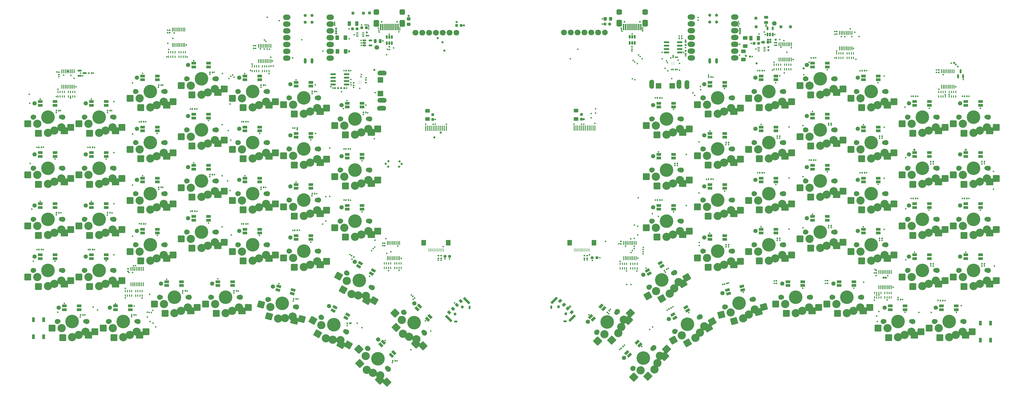
<source format=gbr>
%TF.GenerationSoftware,KiCad,Pcbnew,(6.0.5)*%
%TF.CreationDate,2022-08-12T23:05:56+08:00*%
%TF.ProjectId,ChunkyXiao,4368756e-6b79-4586-9961-6f2e6b696361,rev?*%
%TF.SameCoordinates,Original*%
%TF.FileFunction,Soldermask,Top*%
%TF.FilePolarity,Negative*%
%FSLAX46Y46*%
G04 Gerber Fmt 4.6, Leading zero omitted, Abs format (unit mm)*
G04 Created by KiCad (PCBNEW (6.0.5)) date 2022-08-12 23:05:56*
%MOMM*%
%LPD*%
G01*
G04 APERTURE LIST*
G04 Aperture macros list*
%AMRoundRect*
0 Rectangle with rounded corners*
0 $1 Rounding radius*
0 $2 $3 $4 $5 $6 $7 $8 $9 X,Y pos of 4 corners*
0 Add a 4 corners polygon primitive as box body*
4,1,4,$2,$3,$4,$5,$6,$7,$8,$9,$2,$3,0*
0 Add four circle primitives for the rounded corners*
1,1,$1+$1,$2,$3*
1,1,$1+$1,$4,$5*
1,1,$1+$1,$6,$7*
1,1,$1+$1,$8,$9*
0 Add four rect primitives between the rounded corners*
20,1,$1+$1,$2,$3,$4,$5,0*
20,1,$1+$1,$4,$5,$6,$7,0*
20,1,$1+$1,$6,$7,$8,$9,0*
20,1,$1+$1,$8,$9,$2,$3,0*%
%AMRotRect*
0 Rectangle, with rotation*
0 The origin of the aperture is its center*
0 $1 length*
0 $2 width*
0 $3 Rotation angle, in degrees counterclockwise*
0 Add horizontal line*
21,1,$1,$2,0,0,$3*%
G04 Aperture macros list end*
%ADD10C,1.701800*%
%ADD11C,3.987800*%
%ADD12C,1.600000*%
%ADD13C,3.050000*%
%ADD14C,1.900000*%
%ADD15C,3.048000*%
%ADD16C,5.050000*%
%ADD17R,1.700000X1.000000*%
%ADD18RoundRect,0.252500X1.134500X1.010000X-1.134500X1.010000X-1.134500X-1.010000X1.134500X-1.010000X0*%
%ADD19RoundRect,0.250000X1.025000X1.000000X-1.025000X1.000000X-1.025000X-1.000000X1.025000X-1.000000X0*%
%ADD20RoundRect,0.254000X1.016000X1.016000X-1.016000X1.016000X-1.016000X-1.016000X1.016000X-1.016000X0*%
%ADD21R,0.400000X0.900000*%
%ADD22RoundRect,0.250000X-0.400000X-0.625000X0.400000X-0.625000X0.400000X0.625000X-0.400000X0.625000X0*%
%ADD23RoundRect,0.140000X-0.140000X-0.170000X0.140000X-0.170000X0.140000X0.170000X-0.140000X0.170000X0*%
%ADD24RoundRect,0.150000X-0.512500X-0.150000X0.512500X-0.150000X0.512500X0.150000X-0.512500X0.150000X0*%
%ADD25RoundRect,0.160000X0.197500X0.160000X-0.197500X0.160000X-0.197500X-0.160000X0.197500X-0.160000X0*%
%ADD26RoundRect,0.100000X0.100000X-0.637500X0.100000X0.637500X-0.100000X0.637500X-0.100000X-0.637500X0*%
%ADD27RoundRect,0.140000X-0.036244X-0.217224X0.206244X-0.077224X0.036244X0.217224X-0.206244X0.077224X0*%
%ADD28C,0.650000*%
%ADD29R,0.570000X2.450000*%
%ADD30R,0.300000X2.450000*%
%ADD31RoundRect,0.500000X0.550000X0.500000X-0.550000X0.500000X-0.550000X-0.500000X0.550000X-0.500000X0*%
%ADD32O,1.000000X2.100000*%
%ADD33O,1.000000X1.600000*%
%ADD34RoundRect,0.525000X0.525000X0.725000X-0.525000X0.725000X-0.525000X-0.725000X0.525000X-0.725000X0*%
%ADD35RoundRect,0.140000X0.021213X-0.219203X0.219203X-0.021213X-0.021213X0.219203X-0.219203X0.021213X0*%
%ADD36RoundRect,0.140000X-0.170000X0.140000X-0.170000X-0.140000X0.170000X-0.140000X0.170000X0.140000X0*%
%ADD37C,1.700000*%
%ADD38RotRect,1.700000X1.000000X30.000000*%
%ADD39RoundRect,0.252500X0.477506X1.441936X-1.487506X0.307436X-0.477506X-1.441936X1.487506X-0.307436X0*%
%ADD40RoundRect,0.250000X0.387676X1.378525X-1.387676X0.353525X-0.387676X-1.378525X1.387676X-0.353525X0*%
%ADD41RoundRect,0.254000X0.371882X1.387882X-1.387882X0.371882X-0.371882X-1.387882X1.387882X-0.371882X0*%
%ADD42C,0.265000*%
%ADD43RotRect,1.700000X1.000000X45.000000*%
%ADD44RoundRect,0.250000X0.017678X1.431891X-1.431891X-0.017678X-0.017678X-1.431891X1.431891X0.017678X0*%
%ADD45RoundRect,0.252500X0.088035X1.516390X-1.516390X-0.088035X-0.088035X-1.516390X1.516390X0.088035X0*%
%ADD46RoundRect,0.254000X0.000000X1.436841X-1.436841X0.000000X0.000000X-1.436841X1.436841X0.000000X0*%
%ADD47O,3.454400X1.778000*%
%ADD48RoundRect,0.087500X-0.087500X0.912500X-0.087500X-0.912500X0.087500X-0.912500X0.087500X0.912500X0*%
%ADD49RoundRect,0.250000X-0.625000X0.400000X-0.625000X-0.400000X0.625000X-0.400000X0.625000X0.400000X0*%
%ADD50RoundRect,0.050800X1.000000X1.000000X-1.000000X1.000000X-1.000000X-1.000000X1.000000X-1.000000X0*%
%ADD51RoundRect,0.135000X-0.135000X-0.185000X0.135000X-0.185000X0.135000X0.185000X-0.135000X0.185000X0*%
%ADD52RotRect,1.700000X1.000000X150.000000*%
%ADD53RoundRect,0.252500X1.487506X0.307436X-0.477506X1.441936X-1.487506X-0.307436X0.477506X-1.441936X0*%
%ADD54RoundRect,0.250000X1.387676X0.353525X-0.387676X1.378525X-1.387676X-0.353525X0.387676X-1.378525X0*%
%ADD55RoundRect,0.254000X1.387882X0.371882X-0.371882X1.387882X-1.387882X-0.371882X0.371882X-1.387882X0*%
%ADD56R,1.000000X1.000000*%
%ADD57RoundRect,0.140000X-0.091230X-0.200442X0.179229X-0.127973X0.091230X0.200442X-0.179229X0.127973X0*%
%ADD58RoundRect,0.150000X0.150000X-0.512500X0.150000X0.512500X-0.150000X0.512500X-0.150000X-0.512500X0*%
%ADD59RoundRect,0.237500X0.300000X0.237500X-0.300000X0.237500X-0.300000X-0.237500X0.300000X-0.237500X0*%
%ADD60RoundRect,0.050800X1.000000X-1.000000X1.000000X1.000000X-1.000000X1.000000X-1.000000X-1.000000X0*%
%ADD61RoundRect,0.135000X-0.185000X0.135000X-0.185000X-0.135000X0.185000X-0.135000X0.185000X0.135000X0*%
%ADD62RoundRect,0.140000X0.170000X-0.140000X0.170000X0.140000X-0.170000X0.140000X-0.170000X-0.140000X0*%
%ADD63RoundRect,0.135000X0.226274X0.035355X0.035355X0.226274X-0.226274X-0.035355X-0.035355X-0.226274X0*%
%ADD64RoundRect,0.250000X-0.250000X-0.475000X0.250000X-0.475000X0.250000X0.475000X-0.250000X0.475000X0*%
%ADD65R,0.950000X0.450000*%
%ADD66RoundRect,0.250000X0.325000X0.450000X-0.325000X0.450000X-0.325000X-0.450000X0.325000X-0.450000X0*%
%ADD67RoundRect,0.150000X-0.825000X-0.150000X0.825000X-0.150000X0.825000X0.150000X-0.825000X0.150000X0*%
%ADD68O,2.748280X1.998980*%
%ADD69O,1.016000X2.032000*%
%ADD70C,1.143000*%
%ADD71R,0.280000X1.250000*%
%ADD72R,1.800000X2.000000*%
%ADD73RoundRect,0.250000X-0.375000X-0.625000X0.375000X-0.625000X0.375000X0.625000X-0.375000X0.625000X0*%
%ADD74RoundRect,0.150000X-0.150000X0.512500X-0.150000X-0.512500X0.150000X-0.512500X0.150000X0.512500X0*%
%ADD75RoundRect,0.160000X-0.197500X-0.160000X0.197500X-0.160000X0.197500X0.160000X-0.197500X0.160000X0*%
%ADD76O,1.778000X3.454400*%
%ADD77C,1.100000*%
%ADD78RotRect,1.300000X1.000000X45.000000*%
%ADD79RotRect,3.000000X0.900000X45.000000*%
%ADD80R,1.300000X0.800000*%
%ADD81R,0.800000X1.300000*%
%ADD82RoundRect,0.237500X-0.300000X-0.237500X0.300000X-0.237500X0.300000X0.237500X-0.300000X0.237500X0*%
%ADD83RoundRect,0.160000X-0.160000X0.197500X-0.160000X-0.197500X0.160000X-0.197500X0.160000X0.197500X0*%
%ADD84R,1.000000X1.700000*%
%ADD85RoundRect,0.237500X0.237500X-0.300000X0.237500X0.300000X-0.237500X0.300000X-0.237500X-0.300000X0*%
%ADD86RoundRect,0.150000X0.150000X-0.587500X0.150000X0.587500X-0.150000X0.587500X-0.150000X-0.587500X0*%
%ADD87RoundRect,0.250000X0.625000X-0.400000X0.625000X0.400000X-0.625000X0.400000X-0.625000X-0.400000X0*%
%ADD88RoundRect,0.250000X0.450000X-0.325000X0.450000X0.325000X-0.450000X0.325000X-0.450000X-0.325000X0*%
%ADD89RoundRect,0.140000X0.206244X0.077224X-0.036244X0.217224X-0.206244X-0.077224X0.036244X-0.217224X0*%
%ADD90RotRect,1.700000X1.000000X225.000000*%
%ADD91RoundRect,0.140000X0.219203X0.021213X0.021213X0.219203X-0.219203X-0.021213X-0.021213X-0.219203X0*%
%ADD92RotRect,1.700000X1.000000X315.000000*%
%ADD93RoundRect,0.252500X1.516390X-0.088035X-0.088035X1.516390X-1.516390X0.088035X0.088035X-1.516390X0*%
%ADD94RoundRect,0.250000X1.431891X-0.017678X-0.017678X1.431891X-1.431891X0.017678X0.017678X-1.431891X0*%
%ADD95RoundRect,0.254000X1.436841X0.000000X0.000000X1.436841X-1.436841X0.000000X0.000000X-1.436841X0*%
%ADD96RoundRect,0.135000X0.185000X-0.135000X0.185000X0.135000X-0.185000X0.135000X-0.185000X-0.135000X0*%
%ADD97RoundRect,0.150000X-0.587500X-0.150000X0.587500X-0.150000X0.587500X0.150000X-0.587500X0.150000X0*%
%ADD98RotRect,1.700000X1.000000X195.000000*%
%ADD99RoundRect,0.252500X0.834436X1.269215X-1.357250X0.681955X-0.834436X-1.269215X1.357250X-0.681955X0*%
%ADD100RoundRect,0.250000X0.731255X1.231215X-1.248893X0.700636X-0.731255X-1.231215X1.248893X-0.700636X0*%
%ADD101RoundRect,0.254000X0.718420X1.244341X-1.244341X0.718420X-0.718420X-1.244341X1.244341X-0.718420X0*%
%ADD102RotRect,1.700000X1.000000X330.000000*%
%ADD103RotRect,1.700000X1.000000X345.000000*%
%ADD104RoundRect,0.252500X1.357250X0.681955X-0.834436X1.269215X-1.357250X-0.681955X0.834436X-1.269215X0*%
%ADD105RoundRect,0.250000X1.248893X0.700636X-0.731255X1.231215X-1.248893X-0.700636X0.731255X-1.231215X0*%
%ADD106RoundRect,0.254000X1.244341X0.718420X-0.718420X1.244341X-1.244341X-0.718420X0.718420X-1.244341X0*%
%ADD107RotRect,1.300000X1.000000X135.000000*%
%ADD108RotRect,3.000000X0.900000X135.000000*%
%ADD109RoundRect,0.160000X0.160000X-0.197500X0.160000X0.197500X-0.160000X0.197500X-0.160000X-0.197500X0*%
%ADD110RotRect,1.700000X1.000000X210.000000*%
%ADD111RotRect,1.700000X1.000000X135.000000*%
%ADD112RoundRect,0.250000X0.475000X-0.250000X0.475000X0.250000X-0.475000X0.250000X-0.475000X-0.250000X0*%
%ADD113C,2.100000*%
%ADD114O,2.200000X2.100000*%
%ADD115C,0.800000*%
%ADD116C,0.600000*%
G04 APERTURE END LIST*
D10*
%TO.C,SW18*%
X105121889Y-129443492D03*
X94961889Y-129443492D03*
D11*
X100041889Y-129443492D03*
D12*
X95166889Y-124318492D03*
D13*
X100166889Y-135368492D03*
D14*
X105666889Y-129468492D03*
D15*
X102581889Y-134523492D03*
D13*
X105166889Y-133268492D03*
D14*
X94666889Y-129468492D03*
D15*
X96231889Y-131983492D03*
D16*
X100166889Y-129468492D03*
D17*
X97291889Y-123663492D03*
X97291889Y-125063492D03*
X102791889Y-125063492D03*
X102791889Y-123663492D03*
D18*
X106254889Y-134530992D03*
D19*
X108666889Y-133268492D03*
X96666889Y-135468492D03*
D20*
X92675889Y-131983492D03*
%TD*%
D16*
%TO.C,SW62*%
X349499888Y-134236497D03*
D10*
X344294888Y-134211497D03*
D14*
X354999888Y-134236497D03*
D12*
X344499888Y-129086497D03*
D15*
X345564888Y-136751497D03*
D13*
X354499888Y-138036497D03*
D15*
X351914888Y-139291497D03*
D13*
X349499888Y-140136497D03*
D11*
X349374888Y-134211497D03*
D14*
X343999888Y-134236497D03*
D10*
X354454888Y-134211497D03*
D17*
X352124888Y-129831497D03*
X352124888Y-128431497D03*
X346624888Y-128431497D03*
X346624888Y-129831497D03*
D19*
X357999888Y-138036497D03*
D18*
X355587888Y-139298997D03*
D20*
X342008888Y-136751497D03*
D19*
X345999888Y-140236497D03*
%TD*%
D11*
%TO.C,SW19*%
X100041888Y-148493491D03*
D10*
X105121888Y-148493491D03*
D13*
X100166888Y-154418491D03*
D14*
X105666888Y-148518491D03*
X94666888Y-148518491D03*
D15*
X102581888Y-153573491D03*
X96231888Y-151033491D03*
D12*
X95166888Y-143368491D03*
D10*
X94961888Y-148493491D03*
D13*
X105166888Y-152318491D03*
D16*
X100166888Y-148518491D03*
D17*
X102791888Y-144113491D03*
X102791888Y-142713491D03*
X97291888Y-142713491D03*
X97291888Y-144113491D03*
D19*
X108666888Y-152318491D03*
D18*
X106254888Y-153580991D03*
D20*
X92675888Y-151033491D03*
D19*
X96666888Y-154518491D03*
%TD*%
D21*
%TO.C,RN10*%
X315800002Y-86100004D03*
X315000002Y-86100004D03*
X314200002Y-86100004D03*
X313400002Y-86100004D03*
X313400002Y-87800004D03*
X314200002Y-87800004D03*
X315000002Y-87800004D03*
X315800002Y-87800004D03*
%TD*%
D22*
%TO.C,R6*%
X150700000Y-76050000D03*
X153800000Y-76050000D03*
%TD*%
D21*
%TO.C,RN5*%
X90350000Y-81490000D03*
X89550000Y-81490000D03*
X88750000Y-81490000D03*
X87950000Y-81490000D03*
X87950000Y-83190000D03*
X88750000Y-83190000D03*
X89550000Y-83190000D03*
X90350000Y-83190000D03*
%TD*%
D14*
%TO.C,SW21*%
X124716892Y-96136493D03*
D12*
X114216892Y-90986493D03*
D11*
X119091892Y-96111493D03*
D13*
X119216892Y-102036493D03*
D15*
X121631892Y-101191493D03*
D10*
X124171892Y-96111493D03*
D13*
X124216892Y-99936493D03*
D15*
X115281892Y-98651493D03*
D14*
X113716892Y-96136493D03*
D10*
X114011892Y-96111493D03*
D16*
X119216892Y-96136493D03*
D17*
X116341892Y-90331493D03*
X116341892Y-91731493D03*
X121841892Y-91731493D03*
X121841892Y-90331493D03*
D19*
X127716892Y-99936493D03*
D18*
X125304892Y-101198993D03*
D20*
X111725892Y-98651493D03*
D19*
X115716892Y-102136493D03*
%TD*%
D23*
%TO.C,C98*%
X93261890Y-170456494D03*
X94221890Y-170456494D03*
%TD*%
D24*
%TO.C,U1*%
X160802500Y-77060000D03*
X160802500Y-78010000D03*
X160802500Y-78960000D03*
X163077500Y-78960000D03*
X163077500Y-77060000D03*
%TD*%
D25*
%TO.C,R5*%
X153347500Y-94850000D03*
X152152500Y-94850000D03*
%TD*%
D26*
%TO.C,U17*%
X73935000Y-167992500D03*
X74585000Y-167992500D03*
X75235000Y-167992500D03*
X75885000Y-167992500D03*
X76535000Y-167992500D03*
X77185000Y-167992500D03*
X77835000Y-167992500D03*
X78485000Y-167992500D03*
X78485000Y-162267500D03*
X77835000Y-162267500D03*
X77185000Y-162267500D03*
X76535000Y-162267500D03*
X75885000Y-162267500D03*
X75235000Y-162267500D03*
X74585000Y-162267500D03*
X73935000Y-162267500D03*
%TD*%
D27*
%TO.C,C62*%
X274234308Y-177240000D03*
X275065692Y-176760000D03*
%TD*%
D28*
%TO.C,J2*%
X263438407Y-70099801D03*
X257658407Y-70099801D03*
D29*
X263773407Y-72044801D03*
X262998407Y-72044801D03*
D30*
X261798407Y-72044801D03*
X260798407Y-72044801D03*
X260298407Y-72044801D03*
X259298407Y-72044801D03*
D29*
X257323407Y-72044801D03*
X258098407Y-72044801D03*
D30*
X258798407Y-72044801D03*
X259798407Y-72044801D03*
X261298407Y-72044801D03*
X262298407Y-72044801D03*
D31*
X265398407Y-66449801D03*
D32*
X264868407Y-70629801D03*
D33*
X264868407Y-66449801D03*
X256228407Y-66449801D03*
D32*
X256228407Y-70629801D03*
D31*
X255698407Y-66449801D03*
D34*
X255698407Y-70629801D03*
X265398407Y-70629801D03*
%TD*%
D10*
%TO.C,SW50*%
X316354890Y-96111495D03*
D14*
X305899890Y-96136495D03*
D11*
X311274890Y-96111495D03*
D13*
X316399890Y-99936495D03*
D15*
X307464890Y-98651495D03*
D14*
X316899890Y-96136495D03*
D16*
X311399890Y-96136495D03*
D15*
X313814890Y-101191495D03*
D12*
X306399890Y-90986495D03*
D10*
X306194890Y-96111495D03*
D13*
X311399890Y-102036495D03*
D17*
X314024890Y-91731495D03*
X314024890Y-90331495D03*
X308524890Y-90331495D03*
X308524890Y-91731495D03*
D19*
X319899890Y-99936495D03*
D18*
X317487890Y-101198995D03*
D20*
X303908890Y-98651495D03*
D19*
X307899890Y-102136495D03*
%TD*%
D23*
%TO.C,C30*%
X365194889Y-97856493D03*
X366154889Y-97856493D03*
%TD*%
D10*
%TO.C,SW15*%
X76021890Y-181836494D03*
D14*
X65566890Y-181861494D03*
D13*
X71066890Y-187761494D03*
X76066890Y-185661494D03*
D10*
X65861890Y-181836494D03*
D12*
X66066890Y-176711494D03*
D14*
X76566890Y-181861494D03*
D11*
X70941890Y-181836494D03*
D15*
X67131890Y-184376494D03*
D16*
X71066890Y-181861494D03*
D15*
X73481890Y-186916494D03*
D17*
X68191890Y-176056494D03*
X68191890Y-177456494D03*
X73691890Y-177456494D03*
X73691890Y-176056494D03*
D19*
X79566890Y-185661494D03*
D18*
X77154890Y-186923994D03*
D19*
X67566890Y-187861494D03*
D20*
X63575890Y-184376494D03*
%TD*%
D13*
%TO.C,SW12*%
X86116888Y-118986493D03*
D15*
X77181888Y-117701493D03*
D12*
X76116888Y-110036493D03*
D10*
X75911888Y-115161493D03*
D14*
X86616888Y-115186493D03*
D11*
X80991888Y-115161493D03*
D10*
X86071888Y-115161493D03*
D16*
X81116888Y-115186493D03*
D13*
X81116888Y-121086493D03*
D15*
X83531888Y-120241493D03*
D14*
X75616888Y-115186493D03*
D17*
X83741888Y-110781493D03*
X83741888Y-109381493D03*
X78241888Y-109381493D03*
X78241888Y-110781493D03*
D18*
X87204888Y-120248993D03*
D19*
X89616888Y-118986493D03*
D20*
X73625888Y-117701493D03*
D19*
X77616888Y-121186493D03*
%TD*%
D35*
%TO.C,C64*%
X251300589Y-178479411D03*
X251979411Y-177800589D03*
%TD*%
D36*
%TO.C,C7*%
X314200000Y-77920000D03*
X314200000Y-78880000D03*
%TD*%
D37*
%TO.C,J5*%
X313430000Y-70750000D03*
%TD*%
D26*
%TO.C,U18*%
X352450000Y-169112500D03*
X353100000Y-169112500D03*
X353750000Y-169112500D03*
X354400000Y-169112500D03*
X355050000Y-169112500D03*
X355700000Y-169112500D03*
X356350000Y-169112500D03*
X357000000Y-169112500D03*
X357000000Y-163387500D03*
X356350000Y-163387500D03*
X355700000Y-163387500D03*
X355050000Y-163387500D03*
X354400000Y-163387500D03*
X353750000Y-163387500D03*
X353100000Y-163387500D03*
X352450000Y-163387500D03*
%TD*%
D23*
%TO.C,C97*%
X74211890Y-179456494D03*
X75171890Y-179456494D03*
%TD*%
%TO.C,C58*%
X359530000Y-173630000D03*
X360490000Y-173630000D03*
%TD*%
D13*
%TO.C,SW66*%
X373549889Y-128511492D03*
D16*
X368549889Y-124711492D03*
D10*
X363344889Y-124686492D03*
D14*
X363049889Y-124711492D03*
D10*
X373504889Y-124686492D03*
D12*
X363549889Y-119561492D03*
D13*
X368549889Y-130611492D03*
D15*
X364614889Y-127226492D03*
X370964889Y-129766492D03*
D14*
X374049889Y-124711492D03*
D11*
X368424889Y-124686492D03*
D17*
X365674889Y-118906492D03*
X365674889Y-120306492D03*
X371174889Y-120306492D03*
X371174889Y-118906492D03*
D18*
X374637889Y-129773992D03*
D19*
X377049889Y-128511492D03*
X365049889Y-130711492D03*
D20*
X361058889Y-127226492D03*
%TD*%
D14*
%TO.C,SW43*%
X276360780Y-163627643D03*
D11*
X271476887Y-166418492D03*
D10*
X267077478Y-168958492D03*
D14*
X266834500Y-169127643D03*
D15*
X269447330Y-170523197D03*
D10*
X275876296Y-163878492D03*
D12*
X264692513Y-164417612D03*
D13*
X274547640Y-171487193D03*
X277827767Y-167168539D03*
D16*
X271597640Y-166377643D03*
D15*
X276216592Y-169547901D03*
D38*
X266205317Y-162787865D03*
X266905317Y-164000301D03*
X271668457Y-161250301D03*
X270968457Y-160037865D03*
D39*
X279401253Y-167717896D03*
D40*
X280858856Y-165418539D03*
X271566551Y-173323795D03*
D41*
X266367744Y-172301197D03*
%TD*%
D42*
%TO.C,IC1*%
X159600000Y-92250000D03*
X159600000Y-92750000D03*
X159600000Y-93250000D03*
X159100000Y-92250000D03*
X159100000Y-92750000D03*
X159100000Y-93250000D03*
X158600000Y-92250000D03*
X158600000Y-92750000D03*
X158600000Y-93250000D03*
%TD*%
D14*
%TO.C,SW20*%
X95616890Y-172861494D03*
D10*
X84911890Y-172836494D03*
D12*
X85116890Y-167711494D03*
D11*
X89991890Y-172836494D03*
D13*
X90116890Y-178761494D03*
D16*
X90116890Y-172861494D03*
D10*
X95071890Y-172836494D03*
D13*
X95116890Y-176661494D03*
D15*
X86181890Y-175376494D03*
X92531890Y-177916494D03*
D14*
X84616890Y-172861494D03*
D17*
X87241890Y-167056494D03*
X87241890Y-168456494D03*
X92741890Y-168456494D03*
X92741890Y-167056494D03*
D18*
X96204890Y-177923994D03*
D19*
X98616890Y-176661494D03*
X86616890Y-178861494D03*
D20*
X82625890Y-175376494D03*
%TD*%
D22*
%TO.C,R7*%
X150800000Y-81100000D03*
X153900000Y-81100000D03*
%TD*%
D21*
%TO.C,RN8*%
X342950000Y-81900000D03*
X342150000Y-81900000D03*
X341350000Y-81900000D03*
X340550000Y-81900000D03*
X340550000Y-83600000D03*
X341350000Y-83600000D03*
X342150000Y-83600000D03*
X342950000Y-83600000D03*
%TD*%
D15*
%TO.C,SW38*%
X256477042Y-183929544D03*
D11*
X251088888Y-182133493D03*
D10*
X247496786Y-185725595D03*
D14*
X247305867Y-185951870D03*
D12*
X244017820Y-181956716D03*
D13*
X257417494Y-181214254D03*
D10*
X254680990Y-178541391D03*
D13*
X255366884Y-186234712D03*
D14*
X255084041Y-178173695D03*
D16*
X251194954Y-182062782D03*
D15*
X250190862Y-186623621D03*
D43*
X245057267Y-179990959D03*
X246047217Y-180980909D03*
X249936304Y-177091822D03*
X248946354Y-176101872D03*
D44*
X259892367Y-178739380D03*
D45*
X259079548Y-181337644D03*
D44*
X252962721Y-188780297D03*
D46*
X247676391Y-189138093D03*
%TD*%
D23*
%TO.C,C33*%
X308044890Y-88331495D03*
X309004890Y-88331495D03*
%TD*%
D47*
%TO.C,J9*%
X167425000Y-99450000D03*
%TD*%
D11*
%TO.C,SW13*%
X80991888Y-134211495D03*
D14*
X75616888Y-134236495D03*
D10*
X86071888Y-134211495D03*
D12*
X76116888Y-129086495D03*
D10*
X75911888Y-134211495D03*
D13*
X86116888Y-138036495D03*
D14*
X86616888Y-134236495D03*
D16*
X81116888Y-134236495D03*
D15*
X77181888Y-136751495D03*
D13*
X81116888Y-140136495D03*
D15*
X83531888Y-139291495D03*
D17*
X78241888Y-128431495D03*
X78241888Y-129831495D03*
X83741888Y-129831495D03*
X83741888Y-128431495D03*
D18*
X87204888Y-139298995D03*
D19*
X89616888Y-138036495D03*
X77616888Y-140236495D03*
D20*
X73625888Y-136751495D03*
%TD*%
D37*
%TO.C,J3*%
X165510000Y-79650000D03*
%TD*%
D48*
%TO.C,J16*%
X183641890Y-109836492D03*
X184341890Y-109836492D03*
X185041890Y-109836492D03*
X185741890Y-109836492D03*
X186441890Y-109836492D03*
X187141890Y-109836492D03*
X187841890Y-109836492D03*
X188541890Y-109836492D03*
X189241890Y-109836492D03*
X189941890Y-109836492D03*
X190641890Y-109836492D03*
X191341890Y-109836492D03*
%TD*%
D49*
%TO.C,R12*%
X302625000Y-76100000D03*
X302625000Y-79200000D03*
%TD*%
D50*
%TO.C,TP2*%
X275486889Y-94036492D03*
%TD*%
D10*
%TO.C,SW10*%
X56971889Y-181836494D03*
D13*
X57016889Y-185661494D03*
D15*
X54431889Y-186916494D03*
X48081889Y-184376494D03*
D11*
X51891889Y-181836494D03*
D16*
X52016889Y-181861494D03*
D12*
X47016889Y-176711494D03*
D10*
X46811889Y-181836494D03*
D14*
X46516889Y-181861494D03*
D13*
X52016889Y-187761494D03*
D14*
X57516889Y-181861494D03*
D17*
X49141889Y-176056494D03*
X49141889Y-177456494D03*
X54641889Y-177456494D03*
X54641889Y-176056494D03*
D18*
X58104889Y-186923994D03*
D19*
X60516889Y-185661494D03*
D20*
X44525889Y-184376494D03*
D19*
X48516889Y-187861494D03*
%TD*%
D51*
%TO.C,R1*%
X58240000Y-89280000D03*
X59260000Y-89280000D03*
%TD*%
D11*
%TO.C,SW31*%
X157191888Y-106291491D03*
D16*
X157316888Y-106316491D03*
D10*
X162271888Y-106291491D03*
X152111888Y-106291491D03*
D13*
X162316888Y-110116491D03*
D14*
X151816888Y-106316491D03*
D12*
X152316888Y-101166491D03*
D15*
X153381888Y-108831491D03*
X159731888Y-111371491D03*
D13*
X157316888Y-112216491D03*
D14*
X162816888Y-106316491D03*
D17*
X154441888Y-100511491D03*
X154441888Y-101911491D03*
X159941888Y-101911491D03*
X159941888Y-100511491D03*
D19*
X165816888Y-110116491D03*
D18*
X163404888Y-111378991D03*
D20*
X149825888Y-108831491D03*
D19*
X153816888Y-112316491D03*
%TD*%
D21*
%TO.C,RN3*%
X53050000Y-96250000D03*
X52250000Y-96250000D03*
X51450000Y-96250000D03*
X50650000Y-96250000D03*
X50650000Y-97950000D03*
X51450000Y-97950000D03*
X52250000Y-97950000D03*
X53050000Y-97950000D03*
%TD*%
D36*
%TO.C,C23*%
X260491891Y-79436494D03*
X260491891Y-80396494D03*
%TD*%
D21*
%TO.C,RN18*%
X353175000Y-171225000D03*
X352375000Y-171225000D03*
X351575000Y-171225000D03*
X350775000Y-171225000D03*
X350775000Y-172925000D03*
X351575000Y-172925000D03*
X352375000Y-172925000D03*
X353175000Y-172925000D03*
%TD*%
D23*
%TO.C,C45*%
X346144888Y-126431497D03*
X347104888Y-126431497D03*
%TD*%
%TO.C,C83*%
X46161892Y-141356491D03*
X47121892Y-141356491D03*
%TD*%
D36*
%TO.C,C59*%
X333250000Y-166680000D03*
X333250000Y-167640000D03*
%TD*%
%TO.C,C4*%
X88340000Y-73240000D03*
X88340000Y-74200000D03*
%TD*%
D10*
%TO.C,SW34*%
X163289296Y-169001492D03*
D15*
X154320330Y-166756197D03*
D10*
X154490478Y-163921492D03*
D16*
X158985640Y-166545643D03*
D14*
X154222500Y-163795643D03*
X163748780Y-169295643D03*
D12*
X157230513Y-159585612D03*
D11*
X158889887Y-166461492D03*
D15*
X158549592Y-172130901D03*
D13*
X156035640Y-171655193D03*
X161415767Y-172336539D03*
D52*
X163461457Y-164043301D03*
X164161457Y-162830865D03*
X159398317Y-160080865D03*
X158698317Y-161293301D03*
D53*
X161726753Y-173973896D03*
D54*
X164446856Y-174086539D03*
D55*
X151240744Y-164978197D03*
D54*
X152954551Y-169991795D03*
%TD*%
D47*
%TO.C,J11*%
X167425001Y-89289999D03*
%TD*%
D14*
%TO.C,SW7*%
X67566889Y-124711493D03*
D11*
X61941889Y-124686493D03*
D15*
X58131889Y-127226493D03*
D10*
X67021889Y-124686493D03*
D12*
X57066889Y-119561493D03*
D10*
X56861889Y-124686493D03*
D15*
X64481889Y-129766493D03*
D13*
X67066889Y-128511493D03*
D16*
X62066889Y-124711493D03*
D13*
X62066889Y-130611493D03*
D14*
X56566889Y-124711493D03*
D17*
X64691889Y-120306493D03*
X64691889Y-118906493D03*
X59191889Y-118906493D03*
X59191889Y-120306493D03*
D19*
X70566889Y-128511493D03*
D18*
X68154889Y-129773993D03*
D20*
X54575889Y-127226493D03*
D19*
X58566889Y-130711493D03*
%TD*%
D15*
%TO.C,SW45*%
X294764889Y-103577496D03*
D10*
X297304889Y-98497496D03*
D15*
X288414889Y-101037496D03*
D13*
X292349889Y-104422496D03*
X297349889Y-102322496D03*
D11*
X292224889Y-98497496D03*
D12*
X287349889Y-93372496D03*
D14*
X286849889Y-98522496D03*
D10*
X287144889Y-98497496D03*
D14*
X297849889Y-98522496D03*
D16*
X292349889Y-98522496D03*
D17*
X294974889Y-94117496D03*
X294974889Y-92717496D03*
X289474889Y-92717496D03*
X289474889Y-94117496D03*
D19*
X300849889Y-102322496D03*
D18*
X298437889Y-103584996D03*
D20*
X284858889Y-101037496D03*
D19*
X288849889Y-104522496D03*
%TD*%
D36*
%TO.C,C24*%
X170111892Y-79456493D03*
X170111892Y-80416493D03*
%TD*%
D23*
%TO.C,C31*%
X346144891Y-88331494D03*
X347104891Y-88331494D03*
%TD*%
D56*
%TO.C,TP11*%
X319450000Y-71950000D03*
%TD*%
D21*
%TO.C,RN11*%
X125300000Y-86750000D03*
X124500000Y-86750000D03*
X123700000Y-86750000D03*
X122900000Y-86750000D03*
X122900000Y-88450000D03*
X123700000Y-88450000D03*
X124500000Y-88450000D03*
X125300000Y-88450000D03*
%TD*%
%TO.C,RN16*%
X262375000Y-160400000D03*
X261575000Y-160400000D03*
X260775000Y-160400000D03*
X259975000Y-160400000D03*
X259975000Y-162100000D03*
X260775000Y-162100000D03*
X261575000Y-162100000D03*
X262375000Y-162100000D03*
%TD*%
D56*
%TO.C,TP9*%
X306700000Y-72000000D03*
%TD*%
D42*
%TO.C,IC2*%
X275310000Y-85160000D03*
X275810000Y-85160000D03*
X276310000Y-85160000D03*
X275310000Y-85660000D03*
X275810000Y-85660000D03*
X276310000Y-85660000D03*
X275310000Y-86160000D03*
X275810000Y-86160000D03*
X276310000Y-86160000D03*
%TD*%
D23*
%TO.C,C67*%
X154060000Y-88320000D03*
X155020000Y-88320000D03*
%TD*%
D57*
%TO.C,C61*%
X294936356Y-167904233D03*
X295863644Y-167655767D03*
%TD*%
D14*
%TO.C,SW27*%
X143766888Y-117572495D03*
D16*
X138266888Y-117572495D03*
D12*
X133266888Y-112422495D03*
D13*
X143266888Y-121372495D03*
D14*
X132766888Y-117572495D03*
D15*
X140681888Y-122627495D03*
D10*
X143221888Y-117547495D03*
D13*
X138266888Y-123472495D03*
D15*
X134331888Y-120087495D03*
D10*
X133061888Y-117547495D03*
D11*
X138141888Y-117547495D03*
D17*
X140891888Y-113167495D03*
X140891888Y-111767495D03*
X135391888Y-111767495D03*
X135391888Y-113167495D03*
D19*
X146766888Y-121372495D03*
D18*
X144354888Y-122634995D03*
D20*
X130775888Y-120087495D03*
D19*
X134766888Y-123572495D03*
%TD*%
D23*
%TO.C,C32*%
X327194890Y-83563493D03*
X328154890Y-83563493D03*
%TD*%
D58*
%TO.C,U14*%
X310950000Y-74887500D03*
X311900000Y-74887500D03*
X312850000Y-74887500D03*
X312850000Y-72612500D03*
X310950000Y-72612500D03*
%TD*%
D13*
%TO.C,SW48*%
X292349889Y-161572496D03*
D15*
X288414889Y-158187496D03*
D10*
X297304889Y-155647496D03*
D15*
X294764889Y-160727496D03*
D13*
X297349889Y-159472496D03*
D12*
X287349889Y-150522496D03*
D10*
X287144889Y-155647496D03*
D11*
X292224889Y-155647496D03*
D14*
X297849889Y-155672496D03*
X286849889Y-155672496D03*
D16*
X292349889Y-155672496D03*
D17*
X289474889Y-149867496D03*
X289474889Y-151267496D03*
X294974889Y-151267496D03*
X294974889Y-149867496D03*
D19*
X300849889Y-159472496D03*
D18*
X298437889Y-160734996D03*
D19*
X288849889Y-161672496D03*
D20*
X284858889Y-158187496D03*
%TD*%
D59*
%TO.C,C21*%
X307650001Y-78200000D03*
X305925001Y-78200000D03*
%TD*%
D15*
%TO.C,SW6*%
X58131889Y-108176494D03*
D13*
X62066889Y-111561494D03*
D10*
X56861889Y-105636494D03*
D14*
X56566889Y-105661494D03*
X67566889Y-105661494D03*
D15*
X64481889Y-110716494D03*
D13*
X67066889Y-109461494D03*
D12*
X57066889Y-100511494D03*
D16*
X62066889Y-105661494D03*
D11*
X61941889Y-105636494D03*
D10*
X67021889Y-105636494D03*
D17*
X59191889Y-99856494D03*
X59191889Y-101256494D03*
X64691889Y-101256494D03*
X64691889Y-99856494D03*
D18*
X68154889Y-110723994D03*
D19*
X70566889Y-109461494D03*
D20*
X54575889Y-108176494D03*
D19*
X58566889Y-111661494D03*
%TD*%
D56*
%TO.C,TP8*%
X162800000Y-66800000D03*
%TD*%
D11*
%TO.C,SW54*%
X321324889Y-172836495D03*
D13*
X326449889Y-176661495D03*
D10*
X316244889Y-172836495D03*
D16*
X321449889Y-172861495D03*
D15*
X323864889Y-177916495D03*
D10*
X326404889Y-172836495D03*
D14*
X326949889Y-172861495D03*
D13*
X321449889Y-178761495D03*
D14*
X315949889Y-172861495D03*
D12*
X316449889Y-167711495D03*
D15*
X317514889Y-175376495D03*
D17*
X324074889Y-168456495D03*
X324074889Y-167056495D03*
X318574889Y-167056495D03*
X318574889Y-168456495D03*
D19*
X329949889Y-176661495D03*
D18*
X327537889Y-177923995D03*
D20*
X313958889Y-175376495D03*
D19*
X317949889Y-178861495D03*
%TD*%
D13*
%TO.C,SW53*%
X311399894Y-159186493D03*
D12*
X306399894Y-148136493D03*
D11*
X311274894Y-153261493D03*
D14*
X316899894Y-153286493D03*
D10*
X316354894Y-153261493D03*
D16*
X311399894Y-153286493D03*
D13*
X316399894Y-157086493D03*
D10*
X306194894Y-153261493D03*
D14*
X305899894Y-153286493D03*
D15*
X307464894Y-155801493D03*
X313814894Y-158341493D03*
D17*
X308524894Y-147481493D03*
X308524894Y-148881493D03*
X314024894Y-148881493D03*
X314024894Y-147481493D03*
D19*
X319899894Y-157086493D03*
D18*
X317487894Y-158348993D03*
D20*
X303908894Y-155801493D03*
D19*
X307899894Y-159286493D03*
%TD*%
D16*
%TO.C,SW57*%
X330549887Y-129468491D03*
D15*
X332964887Y-134523491D03*
D14*
X336049887Y-129468491D03*
D13*
X330549887Y-135368491D03*
D14*
X325049887Y-129468491D03*
D11*
X330424887Y-129443491D03*
D13*
X335549887Y-133268491D03*
D10*
X335504887Y-129443491D03*
X325344887Y-129443491D03*
D12*
X325549887Y-124318491D03*
D15*
X326614887Y-131983491D03*
D17*
X333174887Y-125063491D03*
X333174887Y-123663491D03*
X327674887Y-123663491D03*
X327674887Y-125063491D03*
D19*
X339049887Y-133268491D03*
D18*
X336637887Y-134530991D03*
D19*
X327049887Y-135468491D03*
D20*
X323058887Y-131983491D03*
%TD*%
D13*
%TO.C,SW24*%
X124216889Y-157086493D03*
D14*
X124716889Y-153286493D03*
D15*
X115281889Y-155801493D03*
D12*
X114216889Y-148136493D03*
D13*
X119216889Y-159186493D03*
D14*
X113716889Y-153286493D03*
D10*
X124171889Y-153261493D03*
D11*
X119091889Y-153261493D03*
D15*
X121631889Y-158341493D03*
D16*
X119216889Y-153286493D03*
D10*
X114011889Y-153261493D03*
D17*
X121841889Y-148881493D03*
X121841889Y-147481493D03*
X116341889Y-147481493D03*
X116341889Y-148881493D03*
D18*
X125304889Y-158348993D03*
D19*
X127716889Y-157086493D03*
D20*
X111725889Y-155801493D03*
D19*
X115716889Y-159286493D03*
%TD*%
D13*
%TO.C,SW69*%
X383599888Y-185661494D03*
D14*
X384099888Y-181861494D03*
D15*
X381014888Y-186916494D03*
D12*
X373599888Y-176711494D03*
D10*
X373394888Y-181836494D03*
D16*
X378599888Y-181861494D03*
D10*
X383554888Y-181836494D03*
D13*
X378599888Y-187761494D03*
D15*
X374664888Y-184376494D03*
D14*
X373099888Y-181861494D03*
D11*
X378474888Y-181836494D03*
D17*
X381224888Y-177456494D03*
X381224888Y-176056494D03*
X375724888Y-176056494D03*
X375724888Y-177456494D03*
D18*
X384687888Y-186923994D03*
D19*
X387099888Y-185661494D03*
D20*
X371108888Y-184376494D03*
D19*
X375099888Y-187861494D03*
%TD*%
D60*
%TO.C,TP3*%
X166790000Y-91830003D03*
%TD*%
D15*
%TO.C,SW32*%
X153381888Y-127881495D03*
D16*
X157316888Y-125366495D03*
D12*
X152316888Y-120216495D03*
D15*
X159731888Y-130421495D03*
D13*
X162316888Y-129166495D03*
D14*
X151816888Y-125366495D03*
D11*
X157191888Y-125341495D03*
D14*
X162816888Y-125366495D03*
D13*
X157316888Y-131266495D03*
D10*
X162271888Y-125341495D03*
X152111888Y-125341495D03*
D17*
X159941888Y-120961495D03*
X159941888Y-119561495D03*
X154441888Y-119561495D03*
X154441888Y-120961495D03*
D19*
X165816888Y-129166495D03*
D18*
X163404888Y-130428995D03*
D19*
X153816888Y-131366495D03*
D20*
X149825888Y-127881495D03*
%TD*%
D61*
%TO.C,R15*%
X243800000Y-157290000D03*
X243800000Y-158310000D03*
%TD*%
D13*
%TO.C,SW56*%
X335549889Y-114218494D03*
D16*
X330549889Y-110418494D03*
D15*
X326614889Y-112933494D03*
D14*
X336049889Y-110418494D03*
D13*
X330549889Y-116318494D03*
D10*
X335504889Y-110393494D03*
D12*
X325549889Y-105268494D03*
D11*
X330424889Y-110393494D03*
D10*
X325344889Y-110393494D03*
D15*
X332964889Y-115473494D03*
D14*
X325049889Y-110418494D03*
D17*
X327674889Y-104613494D03*
X327674889Y-106013494D03*
X333174889Y-106013494D03*
X333174889Y-104613494D03*
D18*
X336637889Y-115480994D03*
D19*
X339049889Y-114218494D03*
X327049889Y-116418494D03*
D20*
X323058889Y-112933494D03*
%TD*%
D62*
%TO.C,C15*%
X161400000Y-92780000D03*
X161400000Y-91820000D03*
%TD*%
D23*
%TO.C,C46*%
X327194887Y-121663491D03*
X328154887Y-121663491D03*
%TD*%
D11*
%TO.C,SW59*%
X340374890Y-172836495D03*
D13*
X345499890Y-176661495D03*
D15*
X336564890Y-175376495D03*
D13*
X340499890Y-178761495D03*
D10*
X345454890Y-172836495D03*
D15*
X342914890Y-177916495D03*
D12*
X335499890Y-167711495D03*
D14*
X345999890Y-172861495D03*
D16*
X340499890Y-172861495D03*
D10*
X335294890Y-172836495D03*
D14*
X334999890Y-172861495D03*
D17*
X343124890Y-168456495D03*
X343124890Y-167056495D03*
X337624890Y-167056495D03*
X337624890Y-168456495D03*
D18*
X346587890Y-177923995D03*
D19*
X348999890Y-176661495D03*
X336999890Y-178861495D03*
D20*
X333008890Y-175376495D03*
%TD*%
D23*
%TO.C,C101*%
X154456458Y-182541086D03*
X155416458Y-182541086D03*
%TD*%
%TO.C,C50*%
X269944889Y-136611493D03*
X270904889Y-136611493D03*
%TD*%
D36*
%TO.C,C11*%
X351400000Y-162815000D03*
X351400000Y-163775000D03*
%TD*%
D10*
%TO.C,SW58*%
X325344891Y-148493494D03*
D11*
X330424891Y-148493494D03*
D13*
X335549891Y-152318494D03*
D15*
X332964891Y-153573494D03*
D13*
X330549891Y-154418494D03*
D14*
X336049891Y-148518494D03*
X325049891Y-148518494D03*
D10*
X335504891Y-148493494D03*
D12*
X325549891Y-143368494D03*
D15*
X326614891Y-151033494D03*
D16*
X330549891Y-148518494D03*
D17*
X327674891Y-142713494D03*
X327674891Y-144113494D03*
X333174891Y-144113494D03*
X333174891Y-142713494D03*
D19*
X339049891Y-152318494D03*
D18*
X336637891Y-153580994D03*
D19*
X327049891Y-154518494D03*
D20*
X323058891Y-151033494D03*
%TD*%
D23*
%TO.C,C72*%
X103311891Y-88963490D03*
X104271891Y-88963490D03*
%TD*%
%TO.C,C55*%
X371694887Y-160406493D03*
X372654887Y-160406493D03*
%TD*%
D36*
%TO.C,C1*%
X47100000Y-88900000D03*
X47100000Y-89860000D03*
%TD*%
D23*
%TO.C,C48*%
X288994891Y-128817495D03*
X289954891Y-128817495D03*
%TD*%
D63*
%TO.C,R3*%
X381760624Y-86760624D03*
X381039376Y-86039376D03*
%TD*%
D36*
%TO.C,C17*%
X156800000Y-92870000D03*
X156800000Y-93830000D03*
%TD*%
D21*
%TO.C,RN20*%
X357025000Y-171225000D03*
X356225000Y-171225000D03*
X355425000Y-171225000D03*
X354625000Y-171225000D03*
X354625000Y-172925000D03*
X355425000Y-172925000D03*
X356225000Y-172925000D03*
X357025000Y-172925000D03*
%TD*%
D36*
%TO.C,C5*%
X336650000Y-73770000D03*
X336650000Y-74730000D03*
%TD*%
D64*
%TO.C,C3*%
X164880000Y-77280000D03*
X166780000Y-77280000D03*
%TD*%
D26*
%TO.C,U8*%
X89400891Y-78745990D03*
X90050891Y-78745990D03*
X90700891Y-78745990D03*
X91350891Y-78745990D03*
X92000891Y-78745990D03*
X92650891Y-78745990D03*
X93300891Y-78745990D03*
X93950891Y-78745990D03*
X93950891Y-73020990D03*
X93300891Y-73020990D03*
X92650891Y-73020990D03*
X92000891Y-73020990D03*
X91350891Y-73020990D03*
X90700891Y-73020990D03*
X90050891Y-73020990D03*
X89400891Y-73020990D03*
%TD*%
D65*
%TO.C,D2*%
X307650000Y-79650000D03*
X307650000Y-80300000D03*
X307650000Y-80950000D03*
X309850000Y-80950000D03*
X309850000Y-80300000D03*
X309850000Y-79650000D03*
%TD*%
D66*
%TO.C,FB1*%
X252525000Y-69000000D03*
X250475000Y-69000000D03*
%TD*%
D21*
%TO.C,RN17*%
X74230000Y-170500000D03*
X73430000Y-170500000D03*
X72630000Y-170500000D03*
X71830000Y-170500000D03*
X71830000Y-172200000D03*
X72630000Y-172200000D03*
X73430000Y-172200000D03*
X74230000Y-172200000D03*
%TD*%
D23*
%TO.C,C78*%
X115861890Y-107381492D03*
X116821890Y-107381492D03*
%TD*%
D14*
%TO.C,SW46*%
X286849890Y-117572495D03*
D13*
X292349890Y-123472495D03*
D16*
X292349890Y-117572495D03*
D13*
X297349890Y-121372495D03*
D15*
X294764890Y-122627495D03*
D14*
X297849890Y-117572495D03*
D15*
X288414890Y-120087495D03*
D10*
X287144890Y-117547495D03*
X297304890Y-117547495D03*
D11*
X292224890Y-117547495D03*
D12*
X287349890Y-112422495D03*
D17*
X289474890Y-111767495D03*
X289474890Y-113167495D03*
X294974890Y-113167495D03*
X294974890Y-111767495D03*
D18*
X298437890Y-122634995D03*
D19*
X300849890Y-121372495D03*
D20*
X284858890Y-120087495D03*
D19*
X288849890Y-123572495D03*
%TD*%
D67*
%TO.C,U10*%
X149225000Y-89695000D03*
X149225000Y-90965000D03*
X149225000Y-92235000D03*
X149225000Y-93505000D03*
X154175000Y-93505000D03*
X154175000Y-92235000D03*
X154175000Y-90965000D03*
X154175000Y-89695000D03*
%TD*%
D61*
%TO.C,R9*%
X189450000Y-157290000D03*
X189450000Y-158310000D03*
%TD*%
D12*
%TO.C,SW33*%
X152316889Y-139266493D03*
D14*
X151816889Y-144416493D03*
D13*
X157316889Y-150316493D03*
D15*
X159731889Y-149471493D03*
D10*
X152111889Y-144391493D03*
D11*
X157191889Y-144391493D03*
D16*
X157316889Y-144416493D03*
D14*
X162816889Y-144416493D03*
D10*
X162271889Y-144391493D03*
D13*
X162316889Y-148216493D03*
D15*
X153381889Y-146931493D03*
D17*
X159941889Y-140011493D03*
X159941889Y-138611493D03*
X154441889Y-138611493D03*
X154441889Y-140011493D03*
D18*
X163404889Y-149478993D03*
D19*
X165816889Y-148216493D03*
X153816889Y-150416493D03*
D20*
X149825889Y-146931493D03*
%TD*%
D68*
%TO.C,U2*%
X131965013Y-68399806D03*
X131965013Y-70939806D03*
X131965013Y-73479806D03*
X131965013Y-76019806D03*
X131965013Y-78559806D03*
X131965013Y-81099806D03*
X131965013Y-83639806D03*
X148129573Y-83639806D03*
X148129573Y-81099806D03*
X148129573Y-78559806D03*
X148129573Y-76019806D03*
X148129573Y-73479806D03*
X148129573Y-70939806D03*
X148129573Y-68399806D03*
D69*
X138831893Y-84717626D03*
X141381893Y-84717626D03*
D70*
X138830696Y-67713439D03*
X141370696Y-67713439D03*
X138830696Y-70253439D03*
X141370696Y-70253439D03*
%TD*%
D49*
%TO.C,R13*%
X301950000Y-81100000D03*
X301950000Y-84200000D03*
%TD*%
D10*
%TO.C,SW68*%
X363344887Y-162786493D03*
D13*
X373549887Y-166611493D03*
D15*
X370964887Y-167866493D03*
D13*
X368549887Y-168711493D03*
D10*
X373504887Y-162786493D03*
D14*
X374049887Y-162811493D03*
D12*
X363549887Y-157661493D03*
D16*
X368549887Y-162811493D03*
D15*
X364614887Y-165326493D03*
D11*
X368424887Y-162786493D03*
D14*
X363049887Y-162811493D03*
D17*
X365674887Y-157006493D03*
X365674887Y-158406493D03*
X371174887Y-158406493D03*
X371174887Y-157006493D03*
D19*
X377049887Y-166611493D03*
D18*
X374637887Y-167873993D03*
D19*
X365049887Y-168811493D03*
D20*
X361058887Y-165326493D03*
%TD*%
D13*
%TO.C,SW71*%
X387599887Y-130611492D03*
D12*
X382599887Y-119561492D03*
D16*
X387599887Y-124711492D03*
D14*
X382099887Y-124711492D03*
D15*
X383664887Y-127226492D03*
D11*
X387474887Y-124686492D03*
D10*
X392554887Y-124686492D03*
X382394887Y-124686492D03*
D13*
X392599887Y-128511492D03*
D15*
X390014887Y-129766492D03*
D14*
X393099887Y-124711492D03*
D17*
X384724887Y-118906492D03*
X384724887Y-120306492D03*
X390224887Y-120306492D03*
X390224887Y-118906492D03*
D19*
X396099887Y-128511492D03*
D18*
X393687887Y-129773992D03*
D20*
X380108887Y-127226492D03*
D19*
X384099887Y-130711492D03*
%TD*%
D23*
%TO.C,C76*%
X153961888Y-117561495D03*
X154921888Y-117561495D03*
%TD*%
D71*
%TO.C,J6*%
X244546891Y-155235993D03*
X244046891Y-155235993D03*
X243546891Y-155235993D03*
X243046891Y-155235993D03*
X242546891Y-155235993D03*
X242046891Y-155235993D03*
X241546891Y-155235993D03*
X241046891Y-155235993D03*
X240546891Y-155235993D03*
X240046891Y-155235993D03*
X239546891Y-155235993D03*
X239046891Y-155235993D03*
D72*
X237246891Y-152511993D03*
X246346891Y-152511993D03*
%TD*%
D73*
%TO.C,F1*%
X155250000Y-70800000D03*
X158050000Y-70800000D03*
%TD*%
D74*
%TO.C,U4*%
X261498407Y-75712303D03*
X260548407Y-75712303D03*
X259598407Y-75712303D03*
X259598407Y-77987303D03*
X260548407Y-77987303D03*
X261498407Y-77987303D03*
%TD*%
D23*
%TO.C,C74*%
X141411888Y-96117495D03*
X142371888Y-96117495D03*
%TD*%
D26*
%TO.C,U15*%
X257417513Y-158280112D03*
X258067513Y-158280112D03*
X258717513Y-158280112D03*
X259367513Y-158280112D03*
X260017513Y-158280112D03*
X260667513Y-158280112D03*
X261317513Y-158280112D03*
X261967513Y-158280112D03*
X261967513Y-152555112D03*
X261317513Y-152555112D03*
X260667513Y-152555112D03*
X260017513Y-152555112D03*
X259367513Y-152555112D03*
X258717513Y-152555112D03*
X258067513Y-152555112D03*
X257417513Y-152555112D03*
%TD*%
D75*
%TO.C,R4*%
X149852500Y-94850000D03*
X151047500Y-94850000D03*
%TD*%
D76*
%TO.C,J10*%
X278026892Y-93401492D03*
%TD*%
D23*
%TO.C,C102*%
X171369176Y-196494293D03*
X172329176Y-196494293D03*
%TD*%
D77*
%TO.C,S2*%
X233146397Y-176336324D03*
X235833402Y-179023329D03*
D78*
X237990078Y-178422289D03*
X233747437Y-174179648D03*
D79*
X238166855Y-180649675D03*
X231520051Y-174002871D03*
D80*
X235600057Y-181773975D03*
D81*
X230395751Y-176569669D03*
D78*
X236575865Y-177008075D03*
X235161651Y-175593861D03*
%TD*%
D68*
%TO.C,U16*%
X282548410Y-68349800D03*
X282548410Y-70889800D03*
X282548410Y-73429800D03*
X282548410Y-75969800D03*
X282548410Y-78509800D03*
X282548410Y-81049800D03*
X282548410Y-83589800D03*
X298712970Y-83589800D03*
X298712970Y-81049800D03*
X298712970Y-78509800D03*
X298712970Y-75969800D03*
X298712970Y-73429800D03*
X298712970Y-70889800D03*
X298712970Y-68349800D03*
D69*
X289415290Y-84667620D03*
X291965290Y-84667620D03*
D70*
X289414093Y-67663433D03*
X291954093Y-67663433D03*
X289414093Y-70203433D03*
X291954093Y-70203433D03*
%TD*%
D14*
%TO.C,SW8*%
X56566889Y-143761495D03*
D13*
X62066889Y-149661495D03*
D10*
X67021889Y-143736495D03*
X56861889Y-143736495D03*
D16*
X62066889Y-143761495D03*
D15*
X58131889Y-146276495D03*
D14*
X67566889Y-143761495D03*
D12*
X57066889Y-138611495D03*
D11*
X61941889Y-143736495D03*
D15*
X64481889Y-148816495D03*
D13*
X67066889Y-147561495D03*
D17*
X59191889Y-137956495D03*
X59191889Y-139356495D03*
X64691889Y-139356495D03*
X64691889Y-137956495D03*
D19*
X70566889Y-147561495D03*
D18*
X68154889Y-148823995D03*
D20*
X54575889Y-146276495D03*
D19*
X58566889Y-149761495D03*
%TD*%
D82*
%TO.C,C65*%
X195187500Y-71500000D03*
X196912500Y-71500000D03*
%TD*%
D23*
%TO.C,C94*%
X58711887Y-155006494D03*
X59671887Y-155006494D03*
%TD*%
D83*
%TO.C,R11*%
X280486889Y-77588992D03*
X280486889Y-78783992D03*
%TD*%
D13*
%TO.C,SW29*%
X143266886Y-159472497D03*
D12*
X133266886Y-150522497D03*
D10*
X133061886Y-155647497D03*
D13*
X138266886Y-161572497D03*
D14*
X143766886Y-155672497D03*
D16*
X138266886Y-155672497D03*
D15*
X140681886Y-160727497D03*
D10*
X143221886Y-155647497D03*
D15*
X134331886Y-158187497D03*
D14*
X132766886Y-155672497D03*
D11*
X138141886Y-155647497D03*
D17*
X140891886Y-151267497D03*
X140891886Y-149867497D03*
X135391886Y-149867497D03*
X135391886Y-151267497D03*
D18*
X144354886Y-160734997D03*
D19*
X146766886Y-159472497D03*
X134766886Y-161672497D03*
D20*
X130775886Y-158187497D03*
%TD*%
D84*
%TO.C,SW5*%
X37625889Y-181226494D03*
X37625889Y-187526494D03*
X41425889Y-181226494D03*
X41425889Y-187526494D03*
%TD*%
D23*
%TO.C,C89*%
X153961889Y-136611493D03*
X154921889Y-136611493D03*
%TD*%
D14*
%TO.C,SW55*%
X336049890Y-91368493D03*
X325049890Y-91368493D03*
D11*
X330424890Y-91343493D03*
D10*
X335504890Y-91343493D03*
X325344890Y-91343493D03*
D15*
X326614890Y-93883493D03*
X332964890Y-96423493D03*
D12*
X325549890Y-86218493D03*
D16*
X330549890Y-91368493D03*
D13*
X330549890Y-97268493D03*
X335549890Y-95168493D03*
D17*
X333174890Y-86963493D03*
X333174890Y-85563493D03*
X327674890Y-85563493D03*
X327674890Y-86963493D03*
D19*
X339049890Y-95168493D03*
D18*
X336637890Y-96430993D03*
D19*
X327049890Y-97368493D03*
D20*
X323058890Y-93883493D03*
%TD*%
D15*
%TO.C,SW26*%
X140681888Y-103577495D03*
D11*
X138141888Y-98497495D03*
D15*
X134331888Y-101037495D03*
D10*
X143221888Y-98497495D03*
D13*
X138266888Y-104422495D03*
D14*
X143766888Y-98522495D03*
D13*
X143266888Y-102322495D03*
D12*
X133266888Y-93372495D03*
D14*
X132766888Y-98522495D03*
D16*
X138266888Y-98522495D03*
D10*
X133061888Y-98497495D03*
D17*
X135391888Y-92717495D03*
X135391888Y-94117495D03*
X140891888Y-94117495D03*
X140891888Y-92717495D03*
D18*
X144354888Y-103584995D03*
D19*
X146766888Y-102322495D03*
X134766888Y-104522495D03*
D20*
X130775888Y-101037495D03*
%TD*%
D23*
%TO.C,C100*%
X134461814Y-173501492D03*
X135421814Y-173501492D03*
%TD*%
D12*
%TO.C,SW9*%
X57066887Y-157661494D03*
D13*
X67066887Y-166611494D03*
D14*
X67566887Y-162811494D03*
D13*
X62066887Y-168711494D03*
D16*
X62066887Y-162811494D03*
D15*
X58131887Y-165326494D03*
D14*
X56566887Y-162811494D03*
D10*
X67021887Y-162786494D03*
X56861887Y-162786494D03*
D11*
X61941887Y-162786494D03*
D15*
X64481887Y-167866494D03*
D17*
X64691887Y-158406494D03*
X64691887Y-157006494D03*
X59191887Y-157006494D03*
X59191887Y-158406494D03*
D18*
X68154887Y-167873994D03*
D19*
X70566887Y-166611494D03*
D20*
X54575887Y-165326494D03*
D19*
X58566887Y-168811494D03*
%TD*%
D23*
%TO.C,C75*%
X160461888Y-103911491D03*
X161421888Y-103911491D03*
%TD*%
D21*
%TO.C,RN7*%
X94210000Y-81500000D03*
X93410000Y-81500000D03*
X92610000Y-81500000D03*
X91810000Y-81500000D03*
X91810000Y-83200000D03*
X92610000Y-83200000D03*
X93410000Y-83200000D03*
X94210000Y-83200000D03*
%TD*%
D23*
%TO.C,C73*%
X122361892Y-93731493D03*
X123321892Y-93731493D03*
%TD*%
%TO.C,C79*%
X96811888Y-102613494D03*
X97771888Y-102613494D03*
%TD*%
D10*
%TO.C,SW63*%
X344294887Y-153261497D03*
D15*
X345564887Y-155801497D03*
D14*
X354999887Y-153286497D03*
D12*
X344499887Y-148136497D03*
D11*
X349374887Y-153261497D03*
D15*
X351914887Y-158341497D03*
D10*
X354454887Y-153261497D03*
D14*
X343999887Y-153286497D03*
D13*
X349499887Y-159186497D03*
D16*
X349499887Y-153286497D03*
D13*
X354499887Y-157086497D03*
D17*
X346624887Y-147481497D03*
X346624887Y-148881497D03*
X352124887Y-148881497D03*
X352124887Y-147481497D03*
D18*
X355587887Y-158348997D03*
D19*
X357999887Y-157086497D03*
D20*
X342008887Y-155801497D03*
D19*
X345999887Y-159286497D03*
%TD*%
D21*
%TO.C,RN14*%
X258475000Y-160400000D03*
X257675000Y-160400000D03*
X256875000Y-160400000D03*
X256075000Y-160400000D03*
X256075000Y-162100000D03*
X256875000Y-162100000D03*
X257675000Y-162100000D03*
X258475000Y-162100000D03*
%TD*%
D12*
%TO.C,SW23*%
X114216889Y-129086490D03*
D10*
X124171889Y-134211490D03*
X114011889Y-134211490D03*
D14*
X113716889Y-134236490D03*
D15*
X115281889Y-136751490D03*
D13*
X124216889Y-138036490D03*
D11*
X119091889Y-134211490D03*
D13*
X119216889Y-140136490D03*
D14*
X124716889Y-134236490D03*
D16*
X119216889Y-134236490D03*
D15*
X121631889Y-139291490D03*
D17*
X116341889Y-128431490D03*
X116341889Y-129831490D03*
X121841889Y-129831490D03*
X121841889Y-128431490D03*
D18*
X125304889Y-139298990D03*
D19*
X127716889Y-138036490D03*
X115716889Y-140236490D03*
D20*
X111725889Y-136751490D03*
%TD*%
D56*
%TO.C,TP7*%
X160500000Y-66900000D03*
%TD*%
D83*
%TO.C,R17*%
X311250000Y-79502501D03*
X311250000Y-80697501D03*
%TD*%
D85*
%TO.C,C25*%
X241686889Y-106398992D03*
X241686889Y-104673992D03*
%TD*%
D23*
%TO.C,C82*%
X39661889Y-116906490D03*
X40621889Y-116906490D03*
%TD*%
%TO.C,C93*%
X77761886Y-145481495D03*
X78721886Y-145481495D03*
%TD*%
%TO.C,C91*%
X115861889Y-145481493D03*
X116821889Y-145481493D03*
%TD*%
%TO.C,C29*%
X384244888Y-97856491D03*
X385204888Y-97856491D03*
%TD*%
%TO.C,C35*%
X269944889Y-98511494D03*
X270904889Y-98511494D03*
%TD*%
D85*
%TO.C,C26*%
X186300000Y-106500000D03*
X186300000Y-104775000D03*
%TD*%
D86*
%TO.C,Q2*%
X381850000Y-90437500D03*
X383750000Y-90437500D03*
X382800000Y-88562500D03*
%TD*%
D87*
%TO.C,R18*%
X239646891Y-106323993D03*
X239646891Y-103223993D03*
%TD*%
D15*
%TO.C,SW61*%
X351914890Y-120241495D03*
D16*
X349499890Y-115186495D03*
D11*
X349374890Y-115161495D03*
D13*
X349499890Y-121086495D03*
X354499890Y-118986495D03*
D12*
X344499890Y-110036495D03*
D10*
X344294890Y-115161495D03*
X354454890Y-115161495D03*
D14*
X343999890Y-115186495D03*
X354999890Y-115186495D03*
D15*
X345564890Y-117701495D03*
D17*
X346624890Y-109381495D03*
X346624890Y-110781495D03*
X352124890Y-110781495D03*
X352124890Y-109381495D03*
D19*
X357999890Y-118986495D03*
D18*
X355587890Y-120248995D03*
D19*
X345999890Y-121186495D03*
D20*
X342008890Y-117701495D03*
%TD*%
D60*
%TO.C,TP1*%
X166790000Y-96910000D03*
%TD*%
D23*
%TO.C,C71*%
X84261889Y-93731494D03*
X85221889Y-93731494D03*
%TD*%
%TO.C,C96*%
X55161889Y-179456494D03*
X56121889Y-179456494D03*
%TD*%
D36*
%TO.C,C60*%
X314200000Y-166710000D03*
X314200000Y-167670000D03*
%TD*%
D15*
%TO.C,SW70*%
X390014888Y-110716491D03*
X383664888Y-108176491D03*
D13*
X387599888Y-111561491D03*
D10*
X382394888Y-105636491D03*
D14*
X393099888Y-105661491D03*
D10*
X392554888Y-105636491D03*
D11*
X387474888Y-105636491D03*
D12*
X382599888Y-100511491D03*
D13*
X392599888Y-109461491D03*
D16*
X387599888Y-105661491D03*
D14*
X382099888Y-105661491D03*
D17*
X390224888Y-101256491D03*
X390224888Y-99856491D03*
X384724888Y-99856491D03*
X384724888Y-101256491D03*
D18*
X393687888Y-110723991D03*
D19*
X396099888Y-109461491D03*
D20*
X380108888Y-108176491D03*
D19*
X384099888Y-111661491D03*
%TD*%
D13*
%TO.C,SW42*%
X273299889Y-150316493D03*
D11*
X273174889Y-144391493D03*
D10*
X268094889Y-144391493D03*
D14*
X267799889Y-144416493D03*
D10*
X278254889Y-144391493D03*
D13*
X278299889Y-148216493D03*
D14*
X278799889Y-144416493D03*
D15*
X275714889Y-149471493D03*
X269364889Y-146931493D03*
D12*
X268299889Y-139266493D03*
D16*
X273299889Y-144416493D03*
D17*
X275924889Y-140011493D03*
X275924889Y-138611493D03*
X270424889Y-138611493D03*
X270424889Y-140011493D03*
D18*
X279387889Y-149478993D03*
D19*
X281799889Y-148216493D03*
X269799889Y-150416493D03*
D20*
X265808889Y-146931493D03*
%TD*%
D14*
%TO.C,SW51*%
X316899891Y-115186495D03*
D10*
X306194891Y-115161495D03*
D16*
X311399891Y-115186495D03*
D15*
X307464891Y-117701495D03*
D13*
X311399891Y-121086495D03*
D12*
X306399891Y-110036495D03*
D11*
X311274891Y-115161495D03*
D13*
X316399891Y-118986495D03*
D14*
X305899891Y-115186495D03*
D10*
X316354891Y-115161495D03*
D15*
X313814891Y-120241495D03*
D17*
X308524891Y-109381495D03*
X308524891Y-110781495D03*
X314024891Y-110781495D03*
X314024891Y-109381495D03*
D18*
X317487891Y-120248995D03*
D19*
X319899891Y-118986495D03*
X307899891Y-121186495D03*
D20*
X303908891Y-117701495D03*
%TD*%
D23*
%TO.C,C80*%
X77761888Y-107381493D03*
X78721888Y-107381493D03*
%TD*%
%TO.C,C39*%
X333694889Y-108013494D03*
X334654889Y-108013494D03*
%TD*%
D36*
%TO.C,C10*%
X72810000Y-162230000D03*
X72810000Y-163190000D03*
%TD*%
D47*
%TO.C,J7*%
X167270000Y-102340000D03*
%TD*%
D56*
%TO.C,TP12*%
X306650000Y-68800000D03*
%TD*%
D74*
%TO.C,U3*%
X171079571Y-75762308D03*
X170129571Y-75762308D03*
X169179571Y-75762308D03*
X169179571Y-78037308D03*
X170129571Y-78037308D03*
X171079571Y-78037308D03*
%TD*%
D15*
%TO.C,SW14*%
X83531886Y-158341495D03*
D10*
X86071886Y-153261495D03*
D12*
X76116886Y-148136495D03*
D16*
X81116886Y-153286495D03*
D13*
X81116886Y-159186495D03*
D10*
X75911886Y-153261495D03*
D15*
X77181886Y-155801495D03*
D14*
X75616886Y-153286495D03*
D11*
X80991886Y-153261495D03*
D14*
X86616886Y-153286495D03*
D13*
X86116886Y-157086495D03*
D17*
X83741886Y-148881495D03*
X83741886Y-147481495D03*
X78241886Y-147481495D03*
X78241886Y-148881495D03*
D19*
X89616886Y-157086495D03*
D18*
X87204886Y-158348995D03*
D19*
X77616886Y-159286495D03*
D20*
X73625886Y-155801495D03*
%TD*%
D82*
%TO.C,C28*%
X245687500Y-158100000D03*
X247412500Y-158100000D03*
%TD*%
D23*
%TO.C,C86*%
X103311889Y-127063492D03*
X104271889Y-127063492D03*
%TD*%
D48*
%TO.C,J15*%
X238946891Y-109773993D03*
X239646891Y-109773993D03*
X240346891Y-109773993D03*
X241046891Y-109773993D03*
X241746891Y-109773993D03*
X242446891Y-109773993D03*
X243146891Y-109773993D03*
X243846891Y-109773993D03*
X244546891Y-109773993D03*
X245246891Y-109773993D03*
X245946891Y-109773993D03*
X246646891Y-109773993D03*
%TD*%
D88*
%TO.C,FB2*%
X177350000Y-71075000D03*
X177350000Y-69025000D03*
%TD*%
D23*
%TO.C,C47*%
X308044892Y-126431493D03*
X309004892Y-126431493D03*
%TD*%
%TO.C,C88*%
X141411888Y-134217496D03*
X142371888Y-134217496D03*
%TD*%
D65*
%TO.C,D1*%
X158223821Y-74260556D03*
X158223821Y-74910556D03*
X158223821Y-75560556D03*
X160423821Y-75560556D03*
X160423821Y-74910556D03*
X160423821Y-74260556D03*
%TD*%
D89*
%TO.C,C104*%
X156900000Y-157800000D03*
X156068616Y-157320000D03*
%TD*%
D87*
%TO.C,R19*%
X184341890Y-106386492D03*
X184341890Y-103286492D03*
%TD*%
D16*
%TO.C,SW73*%
X387599889Y-162811490D03*
D13*
X387599889Y-168711490D03*
D11*
X387474889Y-162786490D03*
D10*
X392554889Y-162786490D03*
X382394889Y-162786490D03*
D14*
X382099889Y-162811490D03*
D13*
X392599889Y-166611490D03*
D14*
X393099889Y-162811490D03*
D12*
X382599889Y-157661490D03*
D15*
X390014889Y-167866490D03*
X383664889Y-165326490D03*
D17*
X384724889Y-157006490D03*
X384724889Y-158406490D03*
X390224889Y-158406490D03*
X390224889Y-157006490D03*
D19*
X396099889Y-166611490D03*
D18*
X393687889Y-167873990D03*
D20*
X380108889Y-165326490D03*
D19*
X384099889Y-168811490D03*
%TD*%
D23*
%TO.C,C84*%
X65211889Y-141356495D03*
X66171889Y-141356495D03*
%TD*%
D15*
%TO.C,SW28*%
X140681888Y-141677496D03*
X134331888Y-139137496D03*
D14*
X132766888Y-136622496D03*
D11*
X138141888Y-136597496D03*
D12*
X133266888Y-131472496D03*
D16*
X138266888Y-136622496D03*
D14*
X143766888Y-136622496D03*
D13*
X143266888Y-140422496D03*
D10*
X143221888Y-136597496D03*
X133061888Y-136597496D03*
D13*
X138266888Y-142522496D03*
D17*
X135391888Y-130817496D03*
X135391888Y-132217496D03*
X140891888Y-132217496D03*
X140891888Y-130817496D03*
D19*
X146766888Y-140422496D03*
D18*
X144354888Y-141684996D03*
D19*
X134766888Y-142622496D03*
D20*
X130775888Y-139137496D03*
%TD*%
D10*
%TO.C,SW39*%
X268151374Y-192011774D03*
X260967170Y-199195978D03*
D11*
X264559272Y-195603876D03*
D12*
X257488204Y-195427099D03*
D14*
X268554425Y-191644078D03*
X260776251Y-199422253D03*
D15*
X269947426Y-197399927D03*
D13*
X268837268Y-199705095D03*
D15*
X263661246Y-200094004D03*
D13*
X270887878Y-194684637D03*
D16*
X264665338Y-195533165D03*
D90*
X263406688Y-190562205D03*
X262416738Y-189572255D03*
X258527651Y-193461342D03*
X259517601Y-194451292D03*
D44*
X273362751Y-192209763D03*
D45*
X272549932Y-194808027D03*
D46*
X261146775Y-202608476D03*
D44*
X266433105Y-202250680D03*
%TD*%
D23*
%TO.C,C16*%
X275811889Y-83361492D03*
X276771889Y-83361492D03*
%TD*%
D84*
%TO.C,SW74*%
X393999888Y-188811494D03*
X393999888Y-182511494D03*
X390199888Y-182511494D03*
X390199888Y-188811494D03*
%TD*%
D36*
%TO.C,C6*%
X120280000Y-79050000D03*
X120280000Y-80010000D03*
%TD*%
D26*
%TO.C,U9*%
X337774890Y-80030993D03*
X338424890Y-80030993D03*
X339074890Y-80030993D03*
X339724890Y-80030993D03*
X340374890Y-80030993D03*
X341024890Y-80030993D03*
X341674890Y-80030993D03*
X342324890Y-80030993D03*
X342324890Y-74305993D03*
X341674890Y-74305993D03*
X341024890Y-74305993D03*
X340374890Y-74305993D03*
X339724890Y-74305993D03*
X339074890Y-74305993D03*
X338424890Y-74305993D03*
X337774890Y-74305993D03*
%TD*%
D36*
%TO.C,C8*%
X168370000Y-152670000D03*
X168370000Y-153630000D03*
%TD*%
D59*
%TO.C,C20*%
X161586324Y-72310553D03*
X159861324Y-72310553D03*
%TD*%
D14*
%TO.C,SW52*%
X305899892Y-134236493D03*
D10*
X306194892Y-134211493D03*
D15*
X307464892Y-136751493D03*
X313814892Y-139291493D03*
D10*
X316354892Y-134211493D03*
D12*
X306399892Y-129086493D03*
D11*
X311274892Y-134211493D03*
D14*
X316899892Y-134236493D03*
D13*
X311399892Y-140136493D03*
X316399892Y-138036493D03*
D16*
X311399892Y-134236493D03*
D17*
X314024892Y-129831493D03*
X314024892Y-128431493D03*
X308524892Y-128431493D03*
X308524892Y-129831493D03*
D19*
X319899892Y-138036493D03*
D18*
X317487892Y-139298993D03*
D20*
X303908892Y-136751493D03*
D19*
X307899892Y-140236493D03*
%TD*%
D23*
%TO.C,C99*%
X112311890Y-170456493D03*
X113271890Y-170456493D03*
%TD*%
D15*
%TO.C,SW72*%
X390014888Y-148816493D03*
X383664888Y-146276493D03*
D16*
X387599888Y-143761493D03*
D10*
X382394888Y-143736493D03*
D13*
X392599888Y-147561493D03*
D10*
X392554888Y-143736493D03*
D14*
X382099888Y-143761493D03*
X393099888Y-143761493D03*
D12*
X382599888Y-138611493D03*
D13*
X387599888Y-149661493D03*
D11*
X387474888Y-143736493D03*
D17*
X390224888Y-139356493D03*
X390224888Y-137956493D03*
X384724888Y-137956493D03*
X384724888Y-139356493D03*
D19*
X396099888Y-147561493D03*
D18*
X393687888Y-148823993D03*
D20*
X380108888Y-146276493D03*
D19*
X384099888Y-149761493D03*
%TD*%
D21*
%TO.C,RN15*%
X174550000Y-160240000D03*
X173750000Y-160240000D03*
X172950000Y-160240000D03*
X172150000Y-160240000D03*
X172150000Y-161940000D03*
X172950000Y-161940000D03*
X173750000Y-161940000D03*
X174550000Y-161940000D03*
%TD*%
D15*
%TO.C,SW11*%
X83531889Y-101191494D03*
D14*
X75616889Y-96136494D03*
D13*
X86116889Y-99936494D03*
D15*
X77181889Y-98651494D03*
D12*
X76116889Y-90986494D03*
D10*
X86071889Y-96111494D03*
X75911889Y-96111494D03*
D13*
X81116889Y-102036494D03*
D11*
X80991889Y-96111494D03*
D16*
X81116889Y-96136494D03*
D14*
X86616889Y-96136494D03*
D17*
X78241889Y-90331494D03*
X78241889Y-91731494D03*
X83741889Y-91731494D03*
X83741889Y-90331494D03*
D19*
X89616889Y-99936494D03*
D18*
X87204889Y-101198994D03*
D20*
X73625889Y-98651494D03*
D19*
X77616889Y-102136494D03*
%TD*%
D23*
%TO.C,C53*%
X333694891Y-146113494D03*
X334654891Y-146113494D03*
%TD*%
D59*
%TO.C,C22*%
X311112499Y-77700001D03*
X309387499Y-77700001D03*
%TD*%
D23*
%TO.C,C40*%
X352644890Y-112781495D03*
X353604890Y-112781495D03*
%TD*%
D76*
%TO.C,J8*%
X280916889Y-93556492D03*
%TD*%
D23*
%TO.C,C43*%
X384244888Y-135956493D03*
X385204888Y-135956493D03*
%TD*%
D91*
%TO.C,C103*%
X179500000Y-173200000D03*
X178821178Y-172521178D03*
%TD*%
D23*
%TO.C,C38*%
X314544891Y-112781495D03*
X315504891Y-112781495D03*
%TD*%
D12*
%TO.C,SW37*%
X165984282Y-188575809D03*
D10*
X162215403Y-192054775D03*
D14*
X161989128Y-191863856D03*
D15*
X164011454Y-201035031D03*
D13*
X166726744Y-201975483D03*
X161706286Y-199924873D03*
D16*
X165878216Y-195752943D03*
D10*
X169399607Y-199238979D03*
D15*
X161317377Y-194748851D03*
D11*
X165807505Y-195646877D03*
D14*
X169767303Y-199642030D03*
D92*
X167950039Y-189615256D03*
X166960089Y-190605206D03*
X170849176Y-194494293D03*
X171839126Y-193504343D03*
D93*
X166603354Y-203637537D03*
D94*
X169201618Y-204450356D03*
X159160701Y-197520710D03*
D95*
X158802905Y-192234380D03*
%TD*%
D96*
%TO.C,R14*%
X242750000Y-158310000D03*
X242750000Y-157290000D03*
%TD*%
D23*
%TO.C,C90*%
X134911886Y-147867497D03*
X135871886Y-147867497D03*
%TD*%
%TO.C,C34*%
X288994889Y-90717496D03*
X289954889Y-90717496D03*
%TD*%
D16*
%TO.C,SW41*%
X273299891Y-125366492D03*
D14*
X267799891Y-125366492D03*
D12*
X268299891Y-120216492D03*
D15*
X269364891Y-127881492D03*
D13*
X273299891Y-131266492D03*
D10*
X278254891Y-125341492D03*
D15*
X275714891Y-130421492D03*
D14*
X278799891Y-125366492D03*
D11*
X273174891Y-125341492D03*
D13*
X278299891Y-129166492D03*
D10*
X268094891Y-125341492D03*
D17*
X270424891Y-119561492D03*
X270424891Y-120961492D03*
X275924891Y-120961492D03*
X275924891Y-119561492D03*
D19*
X281799891Y-129166492D03*
D18*
X279387891Y-130428992D03*
D20*
X265808891Y-127881492D03*
D19*
X269799891Y-131366492D03*
%TD*%
D23*
%TO.C,C69*%
X46161888Y-103256493D03*
X47121888Y-103256493D03*
%TD*%
D71*
%TO.C,J4*%
X190241890Y-155235993D03*
X189741890Y-155235993D03*
X189241890Y-155235993D03*
X188741890Y-155235993D03*
X188241890Y-155235993D03*
X187741890Y-155235993D03*
X187241890Y-155235993D03*
X186741890Y-155235993D03*
X186241890Y-155235993D03*
X185741890Y-155235993D03*
X185241890Y-155235993D03*
X184741890Y-155235993D03*
D72*
X182941890Y-152511993D03*
X192041890Y-152511993D03*
%TD*%
D21*
%TO.C,RN6*%
X339075000Y-81900000D03*
X338275000Y-81900000D03*
X337475000Y-81900000D03*
X336675000Y-81900000D03*
X336675000Y-83600000D03*
X337475000Y-83600000D03*
X338275000Y-83600000D03*
X339075000Y-83600000D03*
%TD*%
D36*
%TO.C,C9*%
X256350000Y-151995000D03*
X256350000Y-152955000D03*
%TD*%
%TO.C,C2*%
X374675000Y-88045000D03*
X374675000Y-89005000D03*
%TD*%
D16*
%TO.C,SW17*%
X100166888Y-110418494D03*
D13*
X105166888Y-114218494D03*
D14*
X105666888Y-110418494D03*
X94666888Y-110418494D03*
D15*
X102581888Y-115473494D03*
D13*
X100166888Y-116318494D03*
D10*
X94961888Y-110393494D03*
D12*
X95166888Y-105268494D03*
D15*
X96231888Y-112933494D03*
D10*
X105121888Y-110393494D03*
D11*
X100041888Y-110393494D03*
D17*
X102791888Y-106013494D03*
X102791888Y-104613494D03*
X97291888Y-104613494D03*
X97291888Y-106013494D03*
D18*
X106254888Y-115480994D03*
D19*
X108666888Y-114218494D03*
D20*
X92675888Y-112933494D03*
D19*
X96666888Y-116418494D03*
%TD*%
D21*
%TO.C,RN4*%
X381000001Y-96250003D03*
X380200001Y-96250003D03*
X379400001Y-96250003D03*
X378600001Y-96250003D03*
X378600001Y-97950003D03*
X379400001Y-97950003D03*
X380200001Y-97950003D03*
X381000001Y-97950003D03*
%TD*%
D35*
%TO.C,C63*%
X256470589Y-191869411D03*
X257149411Y-191190589D03*
%TD*%
D15*
%TO.C,SW40*%
X269364889Y-108831494D03*
X275714889Y-111371494D03*
D14*
X278799889Y-106316494D03*
D13*
X273299889Y-112216494D03*
X278299889Y-110116494D03*
D11*
X273174889Y-106291494D03*
D12*
X268299889Y-101166494D03*
D10*
X278254889Y-106291494D03*
D16*
X273299889Y-106316494D03*
D10*
X268094889Y-106291494D03*
D14*
X267799889Y-106316494D03*
D17*
X275924889Y-101911494D03*
X275924889Y-100511494D03*
X270424889Y-100511494D03*
X270424889Y-101911494D03*
D19*
X281799889Y-110116494D03*
D18*
X279387889Y-111378994D03*
D19*
X269799889Y-112316494D03*
D20*
X265808889Y-108831494D03*
%TD*%
D26*
%TO.C,U11*%
X121441892Y-84798993D03*
X122091892Y-84798993D03*
X122741892Y-84798993D03*
X123391892Y-84798993D03*
X124041892Y-84798993D03*
X124691892Y-84798993D03*
X125341892Y-84798993D03*
X125991892Y-84798993D03*
X125991892Y-79073993D03*
X125341892Y-79073993D03*
X124691892Y-79073993D03*
X124041892Y-79073993D03*
X123391892Y-79073993D03*
X122741892Y-79073993D03*
X122091892Y-79073993D03*
X121441892Y-79073993D03*
%TD*%
D23*
%TO.C,C95*%
X39661888Y-155006490D03*
X40621888Y-155006490D03*
%TD*%
%TO.C,C68*%
X278080000Y-76290000D03*
X279040000Y-76290000D03*
%TD*%
D26*
%TO.C,U5*%
X48241888Y-94323993D03*
X48891888Y-94323993D03*
X49541888Y-94323993D03*
X50191888Y-94323993D03*
X50841888Y-94323993D03*
X51491888Y-94323993D03*
X52141888Y-94323993D03*
X52791888Y-94323993D03*
X52791888Y-88598993D03*
X52141888Y-88598993D03*
X51491888Y-88598993D03*
X50841888Y-88598993D03*
X50191888Y-88598993D03*
X49541888Y-88598993D03*
X48891888Y-88598993D03*
X48241888Y-88598993D03*
%TD*%
D23*
%TO.C,C56*%
X390744889Y-160406490D03*
X391704889Y-160406490D03*
%TD*%
%TO.C,C92*%
X96811888Y-140713491D03*
X97771888Y-140713491D03*
%TD*%
%TO.C,C37*%
X295494890Y-115167495D03*
X296454890Y-115167495D03*
%TD*%
D15*
%TO.C,SW67*%
X364614889Y-146276493D03*
D14*
X363049889Y-143761493D03*
D10*
X363344889Y-143736493D03*
D13*
X368549889Y-149661493D03*
D11*
X368424889Y-143736493D03*
D10*
X373504889Y-143736493D03*
D15*
X370964889Y-148816493D03*
D13*
X373549889Y-147561493D03*
D16*
X368549889Y-143761493D03*
D12*
X363549889Y-138611493D03*
D14*
X374049889Y-143761493D03*
D17*
X371174889Y-139356493D03*
X371174889Y-137956493D03*
X365674889Y-137956493D03*
X365674889Y-139356493D03*
D18*
X374637889Y-148823993D03*
D19*
X377049889Y-147561493D03*
D20*
X361058889Y-146276493D03*
D19*
X365049889Y-149761493D03*
%TD*%
D96*
%TO.C,R8*%
X188400000Y-158310000D03*
X188400000Y-157290000D03*
%TD*%
D23*
%TO.C,C70*%
X65211889Y-103256494D03*
X66171889Y-103256494D03*
%TD*%
D82*
%TO.C,C66*%
X190837500Y-157600000D03*
X192562500Y-157600000D03*
%TD*%
D13*
%TO.C,SW25*%
X109166890Y-178761493D03*
D15*
X105231890Y-175376493D03*
D16*
X109166890Y-172861493D03*
D10*
X103961890Y-172836493D03*
D14*
X114666890Y-172861493D03*
X103666890Y-172861493D03*
D11*
X109041890Y-172836493D03*
D12*
X104166890Y-167711493D03*
D10*
X114121890Y-172836493D03*
D13*
X114166890Y-176661493D03*
D15*
X111581890Y-177916493D03*
D17*
X106291890Y-167056493D03*
X106291890Y-168456493D03*
X111791890Y-168456493D03*
X111791890Y-167056493D03*
D19*
X117666890Y-176661493D03*
D18*
X115254890Y-177923993D03*
D20*
X101675890Y-175376493D03*
D19*
X105666890Y-178861493D03*
%TD*%
D26*
%TO.C,U6*%
X375774889Y-94323993D03*
X376424889Y-94323993D03*
X377074889Y-94323993D03*
X377724889Y-94323993D03*
X378374889Y-94323993D03*
X379024889Y-94323993D03*
X379674889Y-94323993D03*
X380324889Y-94323993D03*
X380324889Y-88598993D03*
X379674889Y-88598993D03*
X379024889Y-88598993D03*
X378374889Y-88598993D03*
X377724889Y-88598993D03*
X377074889Y-88598993D03*
X376424889Y-88598993D03*
X375774889Y-88598993D03*
%TD*%
D97*
%TO.C,Q1*%
X54832500Y-88330000D03*
X54832500Y-90230000D03*
X56707500Y-89280000D03*
%TD*%
D23*
%TO.C,C18*%
X275781889Y-87936492D03*
X276741889Y-87936492D03*
%TD*%
%TO.C,C77*%
X134911888Y-109767495D03*
X135871888Y-109767495D03*
%TD*%
D11*
%TO.C,SW3*%
X42891892Y-143736491D03*
D14*
X48516892Y-143761491D03*
D13*
X43016892Y-149661491D03*
D16*
X43016892Y-143761491D03*
D13*
X48016892Y-147561491D03*
D15*
X45431892Y-148816491D03*
X39081892Y-146276491D03*
D10*
X47971892Y-143736491D03*
D12*
X38016892Y-138611491D03*
D14*
X37516892Y-143761491D03*
D10*
X37811892Y-143736491D03*
D17*
X40141892Y-137956491D03*
X40141892Y-139356491D03*
X45641892Y-139356491D03*
X45641892Y-137956491D03*
D19*
X51516892Y-147561491D03*
D18*
X49104892Y-148823991D03*
D19*
X39516892Y-149761491D03*
D20*
X35525892Y-146276491D03*
%TD*%
D28*
%TO.C,J1*%
X167239571Y-70149808D03*
X173019571Y-70149808D03*
D29*
X173354571Y-72094808D03*
X172579571Y-72094808D03*
D30*
X171379571Y-72094808D03*
X170379571Y-72094808D03*
X169879571Y-72094808D03*
X168879571Y-72094808D03*
D29*
X166904571Y-72094808D03*
X167679571Y-72094808D03*
D30*
X168379571Y-72094808D03*
X169379571Y-72094808D03*
X170879571Y-72094808D03*
X171879571Y-72094808D03*
D34*
X174979571Y-70679808D03*
D31*
X165279571Y-66499808D03*
D34*
X165279571Y-70679808D03*
D33*
X174449571Y-66499808D03*
D31*
X174979571Y-66499808D03*
D32*
X174449571Y-70679808D03*
D33*
X165809571Y-66499808D03*
D32*
X165809571Y-70679808D03*
%TD*%
D10*
%TO.C,SW49*%
X295307985Y-176335297D03*
D12*
X294179552Y-171331869D03*
D10*
X305121791Y-173705695D03*
D16*
X300342099Y-175012292D03*
D14*
X305654691Y-173588787D03*
D13*
X306155241Y-177388715D03*
D14*
X295029507Y-176435797D03*
D15*
X303983140Y-179269999D03*
D11*
X300214888Y-175020496D03*
D15*
X297192111Y-178460048D03*
D13*
X301869132Y-180711254D03*
D98*
X301737557Y-170077989D03*
X301375210Y-168725692D03*
X296062618Y-170149197D03*
X296424965Y-171501493D03*
D99*
X307532927Y-178326601D03*
D100*
X309535981Y-176482848D03*
D101*
X293757279Y-179380409D03*
D100*
X298514273Y-181713713D03*
%TD*%
D23*
%TO.C,C51*%
X295494889Y-153267496D03*
X296454889Y-153267496D03*
%TD*%
D16*
%TO.C,SW47*%
X292349891Y-136622495D03*
D15*
X294764891Y-141677495D03*
D10*
X287144891Y-136597495D03*
D14*
X297849891Y-136622495D03*
D10*
X297304891Y-136597495D03*
D12*
X287349891Y-131472495D03*
D11*
X292224891Y-136597495D03*
D14*
X286849891Y-136622495D03*
D13*
X297349891Y-140422495D03*
D15*
X288414891Y-139137495D03*
D13*
X292349891Y-142522495D03*
D17*
X294974891Y-132217495D03*
X294974891Y-130817495D03*
X289474891Y-130817495D03*
X289474891Y-132217495D03*
D19*
X300849891Y-140422495D03*
D18*
X298437891Y-141684995D03*
D20*
X284858891Y-139137495D03*
D19*
X288849891Y-142622495D03*
%TD*%
D59*
%TO.C,C19*%
X158123822Y-72710554D03*
X156398822Y-72710554D03*
%TD*%
D10*
%TO.C,SW1*%
X47971888Y-105636493D03*
X37811888Y-105636493D03*
D14*
X48516888Y-105661493D03*
D11*
X42891888Y-105636493D03*
D16*
X43016888Y-105661493D03*
D14*
X37516888Y-105661493D03*
D15*
X45431888Y-110716493D03*
D13*
X43016888Y-111561493D03*
D12*
X38016888Y-100511493D03*
D13*
X48016888Y-109461493D03*
D15*
X39081888Y-108176493D03*
D17*
X40141888Y-99856493D03*
X40141888Y-101256493D03*
X45641888Y-101256493D03*
X45641888Y-99856493D03*
D18*
X49104888Y-110723993D03*
D19*
X51516888Y-109461493D03*
D20*
X35525888Y-108176493D03*
D19*
X39516888Y-111661493D03*
%TD*%
D27*
%TO.C,C49*%
X272594308Y-162900000D03*
X273425692Y-162420000D03*
%TD*%
D14*
%TO.C,SW60*%
X354999891Y-96136494D03*
D15*
X345564891Y-98651494D03*
D11*
X349374891Y-96111494D03*
D13*
X354499891Y-99936494D03*
D12*
X344499891Y-90986494D03*
D15*
X351914891Y-101191494D03*
D16*
X349499891Y-96136494D03*
D13*
X349499891Y-102036494D03*
D10*
X354454891Y-96111494D03*
D14*
X343999891Y-96136494D03*
D10*
X344294891Y-96111494D03*
D17*
X352124891Y-91731494D03*
X352124891Y-90331494D03*
X346624891Y-90331494D03*
X346624891Y-91731494D03*
D19*
X357999891Y-99936494D03*
D18*
X355587891Y-101198994D03*
D20*
X342008891Y-98651494D03*
D19*
X345999891Y-102136494D03*
%TD*%
D21*
%TO.C,RN9*%
X121500000Y-86750000D03*
X120700000Y-86750000D03*
X119900000Y-86750000D03*
X119100000Y-86750000D03*
X119100000Y-88450000D03*
X119900000Y-88450000D03*
X120700000Y-88450000D03*
X121500000Y-88450000D03*
%TD*%
%TO.C,RN19*%
X78120000Y-170530000D03*
X77320000Y-170530000D03*
X76520000Y-170530000D03*
X75720000Y-170530000D03*
X75720000Y-172230000D03*
X76520000Y-172230000D03*
X77320000Y-172230000D03*
X78120000Y-172230000D03*
%TD*%
D82*
%TO.C,C27*%
X250424389Y-70936492D03*
X252149389Y-70936492D03*
%TD*%
D23*
%TO.C,C81*%
X58711889Y-116906493D03*
X59671889Y-116906493D03*
%TD*%
%TO.C,C36*%
X276444891Y-122961492D03*
X277404891Y-122961492D03*
%TD*%
D26*
%TO.C,U12*%
X315275000Y-84187500D03*
X315925000Y-84187500D03*
X316575000Y-84187500D03*
X317225000Y-84187500D03*
X317875000Y-84187500D03*
X318525000Y-84187500D03*
X319175000Y-84187500D03*
X319825000Y-84187500D03*
X319825000Y-78462500D03*
X319175000Y-78462500D03*
X318525000Y-78462500D03*
X317875000Y-78462500D03*
X317225000Y-78462500D03*
X316575000Y-78462500D03*
X315925000Y-78462500D03*
X315275000Y-78462500D03*
%TD*%
D16*
%TO.C,SW4*%
X43016888Y-162811490D03*
D14*
X37516888Y-162811490D03*
D13*
X43016888Y-168711490D03*
D15*
X39081888Y-165326490D03*
D11*
X42891888Y-162786490D03*
D12*
X38016888Y-157661490D03*
D13*
X48016888Y-166611490D03*
D15*
X45431888Y-167866490D03*
D10*
X47971888Y-162786490D03*
X37811888Y-162786490D03*
D14*
X48516888Y-162811490D03*
D17*
X45641888Y-158406490D03*
X45641888Y-157006490D03*
X40141888Y-157006490D03*
X40141888Y-158406490D03*
D19*
X51516888Y-166611490D03*
D18*
X49104888Y-167873990D03*
D20*
X35525888Y-165326490D03*
D19*
X39516888Y-168811490D03*
%TD*%
D21*
%TO.C,RN1*%
X49170000Y-96250000D03*
X48370000Y-96250000D03*
X47570000Y-96250000D03*
X46770000Y-96250000D03*
X46770000Y-97950000D03*
X47570000Y-97950000D03*
X48370000Y-97950000D03*
X49170000Y-97950000D03*
%TD*%
D83*
%TO.C,R16*%
X161723825Y-74110552D03*
X161723825Y-75305552D03*
%TD*%
D14*
%TO.C,SW35*%
X154223781Y-185793428D03*
X144697501Y-180293428D03*
D13*
X151890768Y-188834324D03*
D10*
X153764297Y-185499277D03*
D11*
X149364888Y-182959277D03*
D16*
X149460641Y-183043428D03*
D12*
X147705514Y-176083397D03*
D10*
X144965479Y-180419277D03*
D13*
X146510641Y-188152978D03*
D15*
X149024593Y-188628686D03*
X144795331Y-183253982D03*
D102*
X149873318Y-176578650D03*
X149173318Y-177791086D03*
X153936458Y-180541086D03*
X154636458Y-179328650D03*
D53*
X152201754Y-190471681D03*
D54*
X154921857Y-190584324D03*
D55*
X141715745Y-181475982D03*
D54*
X143429552Y-186489580D03*
%TD*%
D23*
%TO.C,C54*%
X352644887Y-150881497D03*
X353604887Y-150881497D03*
%TD*%
%TO.C,C85*%
X84261888Y-131831495D03*
X85221888Y-131831495D03*
%TD*%
D13*
%TO.C,SW22*%
X119216890Y-121086492D03*
D14*
X113716890Y-115186492D03*
D15*
X115281890Y-117701492D03*
X121631890Y-120241492D03*
D10*
X124171890Y-115161492D03*
D13*
X124216890Y-118986492D03*
D10*
X114011890Y-115161492D03*
D11*
X119091890Y-115161492D03*
D12*
X114216890Y-110036492D03*
D14*
X124716890Y-115186492D03*
D16*
X119216890Y-115186492D03*
D17*
X121841890Y-110781492D03*
X121841890Y-109381492D03*
X116341890Y-109381492D03*
X116341890Y-110781492D03*
D18*
X125304890Y-120248992D03*
D19*
X127716890Y-118986492D03*
D20*
X111725890Y-117701492D03*
D19*
X115716890Y-121186492D03*
%TD*%
D21*
%TO.C,RN2*%
X377100000Y-96250000D03*
X376300000Y-96250000D03*
X375500000Y-96250000D03*
X374700000Y-96250000D03*
X374700000Y-97950000D03*
X375500000Y-97950000D03*
X376300000Y-97950000D03*
X377100000Y-97950000D03*
%TD*%
D56*
%TO.C,TP10*%
X315950000Y-72000000D03*
%TD*%
D23*
%TO.C,C44*%
X365194889Y-135956493D03*
X366154889Y-135956493D03*
%TD*%
D11*
%TO.C,SW30*%
X130151891Y-175020495D03*
D15*
X125814313Y-176487846D03*
D14*
X124953569Y-173653491D03*
D16*
X130266161Y-175076996D03*
D13*
X128739129Y-180775958D03*
X134112278Y-180041609D03*
D15*
X131290542Y-180584799D03*
D10*
X135058794Y-176335296D03*
D12*
X126769450Y-168808382D03*
D14*
X135578753Y-176500500D03*
D10*
X125244988Y-173705694D03*
D103*
X128991569Y-168725691D03*
X128629222Y-170077988D03*
X133941814Y-171501492D03*
X134304161Y-170149196D03*
D104*
X134836446Y-181542685D03*
D105*
X137493018Y-180947476D03*
X125332507Y-179966684D03*
D106*
X122379481Y-175567486D03*
%TD*%
D21*
%TO.C,RN13*%
X170650000Y-160240000D03*
X169850000Y-160240000D03*
X169050000Y-160240000D03*
X168250000Y-160240000D03*
X168250000Y-161940000D03*
X169050000Y-161940000D03*
X169850000Y-161940000D03*
X170650000Y-161940000D03*
%TD*%
D23*
%TO.C,C42*%
X390744887Y-122306492D03*
X391704887Y-122306492D03*
%TD*%
%TO.C,C57*%
X375244888Y-174056494D03*
X376204888Y-174056494D03*
%TD*%
D77*
%TO.C,S1*%
X197273329Y-176436599D03*
X194586324Y-179123604D03*
D107*
X196672289Y-174279923D03*
X192429648Y-178522564D03*
D108*
X198899675Y-174103146D03*
X192252871Y-180749950D03*
D81*
X200023975Y-176669944D03*
D80*
X194819669Y-181874250D03*
D107*
X195258075Y-175694136D03*
X193843861Y-177108350D03*
%TD*%
D23*
%TO.C,C52*%
X314544894Y-150881493D03*
X315504894Y-150881493D03*
%TD*%
D109*
%TO.C,R10*%
X280436889Y-82183992D03*
X280436889Y-80988992D03*
%TD*%
D14*
%TO.C,SW64*%
X365049888Y-181861494D03*
D13*
X364549888Y-185661494D03*
D12*
X354549888Y-176711494D03*
D14*
X354049888Y-181861494D03*
D10*
X354344888Y-181836494D03*
D11*
X359424888Y-181836494D03*
D15*
X355614888Y-184376494D03*
D10*
X364504888Y-181836494D03*
D16*
X359549888Y-181861494D03*
D13*
X359549888Y-187761494D03*
D15*
X361964888Y-186916494D03*
D17*
X362174888Y-177456494D03*
X362174888Y-176056494D03*
X356674888Y-176056494D03*
X356674888Y-177456494D03*
D19*
X368049888Y-185661494D03*
D18*
X365637888Y-186923994D03*
D19*
X356049888Y-187861494D03*
D20*
X352058888Y-184376494D03*
%TD*%
D12*
%TO.C,SW65*%
X363549889Y-100511493D03*
D10*
X363344889Y-105636493D03*
D13*
X368549889Y-111561493D03*
D15*
X364614889Y-108176493D03*
X370964889Y-110716493D03*
D14*
X363049889Y-105661493D03*
X374049889Y-105661493D03*
D16*
X368549889Y-105661493D03*
D11*
X368424889Y-105636493D03*
D10*
X373504889Y-105636493D03*
D13*
X373549889Y-109461493D03*
D17*
X371174889Y-101256493D03*
X371174889Y-99856493D03*
X365674889Y-99856493D03*
X365674889Y-101256493D03*
D19*
X377049889Y-109461493D03*
D18*
X374637889Y-110723993D03*
D19*
X365049889Y-111661493D03*
D20*
X361058889Y-108176493D03*
%TD*%
D76*
%TO.C,J12*%
X267866891Y-93401492D03*
%TD*%
D73*
%TO.C,F2*%
X304759580Y-76239446D03*
X307559580Y-76239446D03*
%TD*%
D10*
%TO.C,SW44*%
X285401296Y-180376277D03*
D11*
X281001887Y-182916277D03*
D14*
X285885780Y-180125428D03*
D13*
X287352767Y-183666324D03*
D16*
X281122640Y-182875428D03*
D15*
X278972330Y-187020982D03*
D13*
X284072640Y-187984978D03*
D15*
X285741592Y-186045686D03*
D12*
X274217513Y-180915397D03*
D10*
X276602478Y-185456277D03*
D14*
X276359500Y-185625428D03*
D110*
X281193457Y-177748086D03*
X280493457Y-176535650D03*
X275730317Y-179285650D03*
X276430317Y-180498086D03*
D40*
X290383856Y-181916324D03*
D39*
X288926253Y-184215681D03*
D41*
X275892744Y-188798982D03*
D40*
X281091551Y-189821580D03*
%TD*%
D67*
%TO.C,U20*%
X273305000Y-77705000D03*
X273305000Y-78975000D03*
X273305000Y-80245000D03*
X273305000Y-81515000D03*
X278255000Y-81515000D03*
X278255000Y-80245000D03*
X278255000Y-78975000D03*
X278255000Y-77705000D03*
%TD*%
D50*
%TO.C,TP4*%
X270406892Y-94036493D03*
%TD*%
D10*
%TO.C,SW16*%
X94961891Y-91343490D03*
D15*
X96231891Y-93883490D03*
D13*
X105166891Y-95168490D03*
D15*
X102581891Y-96423490D03*
D14*
X105666891Y-91368490D03*
D10*
X105121891Y-91343490D03*
D16*
X100166891Y-91368490D03*
D12*
X95166891Y-86218490D03*
D13*
X100166891Y-97268490D03*
D14*
X94666891Y-91368490D03*
D11*
X100041891Y-91343490D03*
D17*
X97291891Y-85563490D03*
X97291891Y-86963490D03*
X102791891Y-86963490D03*
X102791891Y-85563490D03*
D19*
X108666891Y-95168490D03*
D18*
X106254891Y-96430990D03*
D19*
X96666891Y-97368490D03*
D20*
X92675891Y-93883490D03*
%TD*%
D16*
%TO.C,SW36*%
X179348600Y-182282559D03*
D10*
X175685787Y-178584391D03*
D15*
X174787761Y-181278467D03*
X177481838Y-187564647D03*
D13*
X180197128Y-188505099D03*
D12*
X179454666Y-175105425D03*
D10*
X182869991Y-185768595D03*
D13*
X175176670Y-186454489D03*
D14*
X183237687Y-186171646D03*
X175459512Y-178393472D03*
D11*
X179277889Y-182176493D03*
D111*
X184319560Y-181023909D03*
X185309510Y-180033959D03*
X181420423Y-176144872D03*
X180430473Y-177134822D03*
D93*
X180073738Y-190167153D03*
D94*
X182672002Y-190979972D03*
D95*
X172273289Y-178763996D03*
D94*
X172631085Y-184050326D03*
%TD*%
D26*
%TO.C,U13*%
X169417513Y-158280112D03*
X170067513Y-158280112D03*
X170717513Y-158280112D03*
X171367513Y-158280112D03*
X172017513Y-158280112D03*
X172667513Y-158280112D03*
X173317513Y-158280112D03*
X173967513Y-158280112D03*
X173967513Y-152555112D03*
X173317513Y-152555112D03*
X172667513Y-152555112D03*
X172017513Y-152555112D03*
X171367513Y-152555112D03*
X170717513Y-152555112D03*
X170067513Y-152555112D03*
X169417513Y-152555112D03*
%TD*%
D23*
%TO.C,C41*%
X371694889Y-122306492D03*
X372654889Y-122306492D03*
%TD*%
D21*
%TO.C,RN12*%
X319650000Y-86100000D03*
X318850000Y-86100000D03*
X318050000Y-86100000D03*
X317250000Y-86100000D03*
X317250000Y-87800000D03*
X318050000Y-87800000D03*
X318850000Y-87800000D03*
X319650000Y-87800000D03*
%TD*%
D14*
%TO.C,SW2*%
X48516889Y-124711490D03*
D10*
X47971889Y-124686490D03*
D13*
X48016889Y-128511490D03*
D15*
X45431889Y-129766490D03*
D12*
X38016889Y-119561490D03*
D16*
X43016889Y-124711490D03*
D13*
X43016889Y-130611490D03*
D10*
X37811889Y-124686490D03*
D11*
X42891889Y-124686490D03*
D15*
X39081889Y-127226490D03*
D14*
X37516889Y-124711490D03*
D17*
X45641889Y-120306490D03*
X45641889Y-118906490D03*
X40141889Y-118906490D03*
X40141889Y-120306490D03*
D19*
X51516889Y-128511490D03*
D18*
X49104889Y-129773990D03*
D20*
X35525889Y-127226490D03*
D19*
X39516889Y-130711490D03*
%TD*%
D23*
%TO.C,C87*%
X122361889Y-131831490D03*
X123321889Y-131831490D03*
%TD*%
D112*
%TO.C,C12*%
X310400000Y-70350000D03*
X310400000Y-68450000D03*
%TD*%
D56*
%TO.C,TP6*%
X156600000Y-66900000D03*
%TD*%
D113*
%TO.C,J13*%
X195111890Y-74196492D03*
D114*
X192571890Y-74196492D03*
X190041890Y-74186492D03*
X187501890Y-74186492D03*
X184961890Y-74186492D03*
X182421890Y-74186492D03*
X179881890Y-74186492D03*
%TD*%
D113*
%TO.C,J14*%
X250416891Y-74133993D03*
D114*
X247876891Y-74133993D03*
X245346891Y-74123993D03*
X242806891Y-74123993D03*
X240266891Y-74123993D03*
X237726891Y-74123993D03*
X235186891Y-74123993D03*
%TD*%
D115*
X169710000Y-124160000D03*
X169800000Y-122130000D03*
X168760000Y-123050000D03*
X384750000Y-117900000D03*
D116*
X278150000Y-85650000D03*
X275940000Y-140970000D03*
D115*
X354150000Y-165500000D03*
D116*
X275690000Y-176350000D03*
X372670000Y-161190000D03*
X304950000Y-78200001D03*
X281650000Y-178540000D03*
X255525000Y-152950000D03*
X327680000Y-103540000D03*
X271630000Y-98530000D03*
X381025000Y-94325000D03*
X257660000Y-190660000D03*
X241686889Y-104736492D03*
X264070000Y-191230000D03*
X383800000Y-91600000D03*
X361200000Y-173630000D03*
X258450000Y-163025000D03*
X308520000Y-108360000D03*
X244440000Y-179360000D03*
X328870000Y-121680000D03*
X352130000Y-130770000D03*
X242486889Y-108336492D03*
X301980000Y-170970000D03*
X244650000Y-156950000D03*
X300550000Y-82550000D03*
X334670000Y-108650000D03*
X324060000Y-169450000D03*
X373875004Y-89024998D03*
X343875000Y-84100000D03*
X332520000Y-167670000D03*
X290660000Y-128820000D03*
X357625000Y-169125000D03*
X300203392Y-71710361D03*
X296460000Y-154020000D03*
X308700000Y-77700000D03*
X296450000Y-115930000D03*
D115*
X354950000Y-165500000D03*
D116*
X390190000Y-140280000D03*
X308540000Y-146570000D03*
X239686889Y-103136492D03*
X289450000Y-148930000D03*
X352075000Y-92825000D03*
X238886889Y-108336492D03*
X270300000Y-142650000D03*
X333200000Y-125990000D03*
X313440000Y-167680000D03*
X314000000Y-92775000D03*
X315520000Y-113530000D03*
X300403393Y-70910360D03*
X347850000Y-88350000D03*
X315500000Y-76725000D03*
X350700000Y-163800000D03*
X371175000Y-102400000D03*
X346610000Y-146540000D03*
X372660000Y-123040000D03*
X365670000Y-156070000D03*
X313625000Y-74900000D03*
X278050000Y-75450000D03*
X241686889Y-108336492D03*
X277361889Y-83361492D03*
X262675000Y-158250000D03*
X256503391Y-72510359D03*
X336100000Y-83600000D03*
D115*
X365650000Y-117900000D03*
D116*
X378600000Y-97225000D03*
X264403392Y-72910358D03*
X264403390Y-72310359D03*
X264403391Y-73510359D03*
X317200000Y-89150000D03*
X333200000Y-87950000D03*
X275920000Y-102830000D03*
X371150000Y-140310000D03*
X350760000Y-173930000D03*
X355430000Y-173840000D03*
X300203390Y-70110358D03*
X335975000Y-74750000D03*
X381250000Y-178400000D03*
X347830000Y-126440000D03*
X320475000Y-84175000D03*
X343120000Y-169400000D03*
X296450000Y-167500000D03*
X314020000Y-130790000D03*
X274040000Y-162080000D03*
X353610000Y-113560000D03*
X248500000Y-158100000D03*
X384720000Y-156070000D03*
X262350000Y-163000000D03*
X260591889Y-74636493D03*
X294980000Y-133220000D03*
X315510000Y-151640000D03*
X277410000Y-123710000D03*
X313650000Y-78900000D03*
X294960000Y-95030000D03*
X334630000Y-146860000D03*
X271686889Y-81536492D03*
X366875000Y-97850000D03*
X277336889Y-87936492D03*
X306650002Y-80300003D03*
X353630000Y-151620000D03*
X249500000Y-69000000D03*
X362160000Y-178390000D03*
X390200000Y-102350000D03*
X391730000Y-123070000D03*
X328875000Y-83525000D03*
X327680000Y-141800000D03*
X342950000Y-80000000D03*
X289510000Y-110820000D03*
X252286889Y-70936492D03*
X309750000Y-126460000D03*
X391710000Y-161160000D03*
X285100000Y-68500000D03*
X309725000Y-88325000D03*
X256703388Y-73710359D03*
X271610000Y-136610000D03*
X346620000Y-108470000D03*
X310075000Y-74875000D03*
X385925000Y-97875000D03*
X312825000Y-88175000D03*
X285530000Y-152390000D03*
X285990000Y-94290000D03*
X283120000Y-96600000D03*
X290640000Y-90740000D03*
X260491888Y-81036490D03*
X256603391Y-73110357D03*
X270410000Y-118620000D03*
X377020000Y-174060000D03*
X377100000Y-97300000D03*
X246686889Y-107936492D03*
X252430000Y-177310000D03*
X366870000Y-135960000D03*
X265730000Y-161960000D03*
X385940000Y-135980000D03*
X305250000Y-83100000D03*
X164850000Y-96530000D03*
X159680000Y-89790000D03*
X155850000Y-91600000D03*
X155850000Y-92800000D03*
X151047500Y-94850000D03*
X152340000Y-96180000D03*
X277661889Y-84386492D03*
X275250000Y-91300000D03*
X273850000Y-88400000D03*
X272850000Y-87450000D03*
X273700000Y-85350000D03*
X280486889Y-79786492D03*
X279686889Y-81536492D03*
X273350000Y-84650000D03*
X261550000Y-91700000D03*
X260600000Y-91350000D03*
X271750000Y-83900000D03*
X278186889Y-88161492D03*
X379350000Y-85525000D03*
X390224888Y-99856491D03*
X169100000Y-82410000D03*
D115*
X189950000Y-77750000D03*
D116*
X171770000Y-79830000D03*
X129180000Y-69730000D03*
X137560000Y-76800000D03*
X170750000Y-155890000D03*
X124690000Y-80310000D03*
X145420000Y-81050000D03*
X51560000Y-90140000D03*
X126980000Y-86600000D03*
D115*
X155150000Y-81100000D03*
D116*
X124190000Y-77430000D03*
D115*
X164500000Y-88050000D03*
D116*
X52760000Y-91190000D03*
D115*
X189250000Y-111400000D03*
D116*
X164080000Y-154740000D03*
D115*
X186900000Y-113200000D03*
D116*
X245286889Y-105936492D03*
X246886889Y-104136492D03*
X317025000Y-77150000D03*
X300625000Y-78525000D03*
X262800000Y-135750000D03*
D115*
X304400000Y-83100000D03*
D116*
X264650000Y-155075000D03*
X261375000Y-145925000D03*
D115*
X306900000Y-85600000D03*
D116*
X245286889Y-104336492D03*
X261325000Y-154700000D03*
D115*
X302900000Y-82800000D03*
D116*
X246886889Y-102536492D03*
D115*
X188200000Y-76250000D03*
X190600000Y-80850000D03*
D116*
X240286889Y-80336492D03*
X262900000Y-82500000D03*
X260886889Y-84486492D03*
X261486889Y-85136492D03*
X237486889Y-83936492D03*
X263550000Y-83100000D03*
X262486889Y-85736492D03*
X264286889Y-83936492D03*
X380108888Y-108176491D03*
D115*
X303908891Y-117701495D03*
X333008890Y-175376495D03*
D116*
X380161198Y-127278802D03*
D115*
X342008891Y-98651494D03*
X313958889Y-175376495D03*
X300800000Y-102200000D03*
X261146775Y-202608476D03*
X303908894Y-155801493D03*
X339200000Y-114200000D03*
X339200000Y-152200000D03*
X394000000Y-182200000D03*
X266367744Y-172301197D03*
X303908892Y-136751493D03*
D116*
X377090000Y-109440000D03*
X352000000Y-184400000D03*
X377130000Y-147610000D03*
D115*
X237400000Y-176300000D03*
X339200000Y-95000000D03*
D116*
X387000000Y-185600000D03*
D115*
X342008890Y-117791110D03*
X303908890Y-98691110D03*
X276046881Y-188953119D03*
X269799889Y-150416493D03*
D116*
X380200000Y-165400000D03*
D115*
X301000000Y-159400000D03*
X293757279Y-179380409D03*
X339200000Y-133200000D03*
D116*
X350950000Y-162400000D03*
D115*
X301000000Y-121200000D03*
D116*
X380176197Y-146343803D03*
X377040000Y-128470000D03*
D115*
X300800000Y-140400000D03*
X265808889Y-108831494D03*
D116*
X377000000Y-166600000D03*
D115*
X342008887Y-155801497D03*
X265808891Y-127881492D03*
X247676391Y-189138093D03*
X342008888Y-136751497D03*
D116*
X164720000Y-154120000D03*
X125470000Y-80350000D03*
X173280000Y-153740000D03*
X126010000Y-83290000D03*
X318125000Y-81500000D03*
X342325000Y-75625000D03*
X319850000Y-79800000D03*
X307800000Y-74650000D03*
X264675000Y-154275000D03*
X262600000Y-149650000D03*
X285100000Y-69550000D03*
X345025000Y-75625000D03*
X261350000Y-153850000D03*
X261300000Y-150850000D03*
X339675000Y-75675000D03*
X341750000Y-72725000D03*
X343425000Y-74025000D03*
X262550000Y-146350000D03*
X260025000Y-151050000D03*
X264625000Y-155900000D03*
X260675000Y-155350000D03*
X48920000Y-89990000D03*
X46760000Y-95290000D03*
X374725000Y-95225000D03*
X376400000Y-89825000D03*
X87980000Y-80470000D03*
X90070000Y-74240000D03*
X338425000Y-75600000D03*
X336700000Y-81000000D03*
X112380000Y-90760000D03*
X110880000Y-133010000D03*
X111120000Y-114270000D03*
X111780000Y-89910000D03*
X111120000Y-90480000D03*
X110820000Y-100770000D03*
X122100000Y-80200000D03*
X119100000Y-85900000D03*
X313400000Y-85175000D03*
X315925000Y-79625000D03*
X258075000Y-153800000D03*
X256075000Y-159450000D03*
X71820000Y-169490000D03*
X74580000Y-163550000D03*
X351575000Y-171950000D03*
X351550000Y-179850000D03*
X352400000Y-171950000D03*
X352425000Y-178150000D03*
X83160000Y-183950000D03*
X82040000Y-177730000D03*
X82130000Y-182440000D03*
X81530000Y-178510000D03*
X80760000Y-178460000D03*
X81060000Y-181890000D03*
X80010000Y-178410000D03*
X80070000Y-180220000D03*
X309700000Y-73900000D03*
X282548410Y-83589800D03*
X134180000Y-83610000D03*
X159680000Y-77960000D03*
X168820000Y-150970000D03*
X164790000Y-151590000D03*
X260150000Y-156100000D03*
X355725000Y-164800000D03*
X264600000Y-156675000D03*
X351425000Y-164800000D03*
X163560000Y-155480000D03*
X126120000Y-86590000D03*
X89490000Y-76290000D03*
X123630000Y-76860000D03*
X55140000Y-89280000D03*
X123580000Y-80290000D03*
X169180000Y-156480000D03*
X87680000Y-78170000D03*
X50488993Y-88598993D03*
X162400000Y-75300000D03*
D115*
X314000000Y-76800000D03*
D116*
X158050000Y-70800000D03*
X313600000Y-77950000D03*
X280486889Y-76936492D03*
D115*
X242500000Y-106450000D03*
D116*
X243800000Y-158900000D03*
D115*
X380450000Y-85450000D03*
D116*
X336000000Y-73775000D03*
X242750000Y-158900000D03*
X279050000Y-75430000D03*
X275800000Y-82750000D03*
X280436889Y-82836492D03*
D115*
X300686889Y-74336492D03*
D116*
X274950000Y-83600000D03*
X249486889Y-70936492D03*
X275186889Y-87936492D03*
X250650000Y-152000000D03*
D115*
X300686889Y-73536492D03*
X300686889Y-72736492D03*
D116*
X373825000Y-88050000D03*
X245700000Y-159100000D03*
D115*
X195150000Y-70200000D03*
D116*
X190850000Y-158550000D03*
D115*
X174690000Y-123120000D03*
D116*
X167680000Y-152670000D03*
X89710000Y-157150000D03*
X153260000Y-88350000D03*
X51610000Y-166550000D03*
X159049995Y-197410005D03*
X143349986Y-186410014D03*
X130849196Y-139210804D03*
X149825889Y-146931493D03*
X151240744Y-164978197D03*
X54575887Y-165326494D03*
X127810000Y-157050000D03*
X127810000Y-99850000D03*
X92675889Y-131983492D03*
X188350000Y-159050000D03*
X127710000Y-118950000D03*
D115*
X173910000Y-122160000D03*
D116*
X141715745Y-181475982D03*
D115*
X150300000Y-73550000D03*
D116*
X89610000Y-118950000D03*
X54633507Y-127226493D03*
X149825888Y-127881495D03*
X46330000Y-88870000D03*
X92675891Y-93883490D03*
X130775886Y-158187497D03*
X86607698Y-178852302D03*
X127710000Y-138050000D03*
X130775888Y-101037495D03*
X159600000Y-90650000D03*
D115*
X150300000Y-74400000D03*
D116*
X125332507Y-179966684D03*
X105710000Y-178850000D03*
X172273289Y-178763996D03*
D115*
X173770000Y-124120000D03*
D116*
X87570000Y-73210000D03*
X51510000Y-147450000D03*
X194400000Y-174950000D03*
X54629698Y-108230302D03*
X187190000Y-106520000D03*
X54575889Y-146276495D03*
X119570000Y-79010000D03*
X59900000Y-89290000D03*
X158802905Y-192234380D03*
X189450000Y-159050000D03*
X48457698Y-187802302D03*
X155940000Y-93650000D03*
X37625889Y-187526494D03*
X67566890Y-187861494D03*
X92726506Y-112933494D03*
X51710000Y-128450000D03*
X149825888Y-108831491D03*
D115*
X150350000Y-72700000D03*
D116*
X154170000Y-94860000D03*
X51510000Y-109350000D03*
X130775888Y-120087495D03*
X92675888Y-151033491D03*
X89710000Y-99850000D03*
X89710000Y-138050000D03*
X149090000Y-94870000D03*
X324470000Y-89810000D03*
X315525000Y-90275000D03*
X318970000Y-109350000D03*
X324130000Y-108790000D03*
X285460000Y-114900000D03*
X280718508Y-119561492D03*
X362175000Y-101950000D03*
X354375000Y-90325000D03*
X285550000Y-153540000D03*
X268100000Y-141650000D03*
X318970000Y-147450000D03*
X324130000Y-146890000D03*
X354330000Y-147480000D03*
X362390000Y-158820000D03*
X286040000Y-95460000D03*
X283860000Y-97560000D03*
X280718508Y-138611492D03*
X285460000Y-133950000D03*
X324130000Y-127840000D03*
X318970000Y-128400000D03*
X362390000Y-120720000D03*
X354330000Y-109380000D03*
X354330000Y-128430000D03*
X362390000Y-139770000D03*
X395110000Y-125910000D03*
X395110000Y-132480000D03*
X268130000Y-183880000D03*
X267040000Y-184880000D03*
X371870000Y-178520000D03*
X367330000Y-178520000D03*
X124700000Y-68400000D03*
X155200000Y-76500000D03*
X36300000Y-100500000D03*
X36100000Y-97100000D03*
X260160000Y-168100000D03*
X258500000Y-168090000D03*
X351810000Y-181860000D03*
X346700000Y-167190000D03*
X383130000Y-175930000D03*
X395420000Y-161200000D03*
X37600000Y-159400000D03*
X46700000Y-178400000D03*
X67590000Y-99860000D03*
X74570000Y-92910000D03*
X75100000Y-176100000D03*
X80900000Y-171700000D03*
X107880000Y-108490000D03*
X110150000Y-110680000D03*
X107880000Y-127540000D03*
X109940000Y-129490000D03*
X107880000Y-146590000D03*
X111260000Y-149580000D03*
X142570000Y-93620000D03*
X153060000Y-102440000D03*
X158200000Y-182500000D03*
X160000000Y-184200000D03*
X142630000Y-111740000D03*
X147970000Y-117170000D03*
X332480000Y-166680000D03*
X352630000Y-113550000D03*
X383520000Y-135950000D03*
X390740000Y-123090000D03*
X359540000Y-172890000D03*
X288270000Y-128860000D03*
X251790000Y-178960000D03*
X345420000Y-126400000D03*
X383525000Y-97850000D03*
X333700000Y-146900000D03*
X272920000Y-163480000D03*
D115*
X324400000Y-87450000D03*
D116*
X255940000Y-192320000D03*
X307300000Y-88350000D03*
D115*
X312033498Y-77626135D03*
D116*
X314570000Y-113520000D03*
X294270000Y-168080000D03*
X326450000Y-85150000D03*
X307300000Y-126410000D03*
X295460000Y-115910000D03*
X345350000Y-88375000D03*
X390740000Y-161230000D03*
X310400000Y-71800000D03*
X269200000Y-136570000D03*
X269210000Y-98510000D03*
X374390000Y-174040000D03*
X295490000Y-154020000D03*
D115*
X311950000Y-76850000D03*
X311133498Y-76826135D03*
D116*
X314530000Y-151660000D03*
X313470000Y-166700000D03*
X289010000Y-90020000D03*
X333690000Y-108660000D03*
X273630000Y-177610000D03*
X371680000Y-161130000D03*
X326490000Y-121660000D03*
X364460000Y-135980000D03*
X364500000Y-97850000D03*
X310400000Y-71300000D03*
X276460000Y-123720000D03*
X352630000Y-151620000D03*
X371710000Y-123080000D03*
X59240000Y-98890000D03*
X45630000Y-121240000D03*
X184400000Y-103200000D03*
X53460000Y-94330000D03*
X166303391Y-73910358D03*
X149803390Y-71510360D03*
X155630000Y-117530000D03*
X98500000Y-140800000D03*
X121800000Y-149800000D03*
X73200000Y-163600000D03*
X129100000Y-167700000D03*
X124060000Y-131820000D03*
X85830000Y-93720000D03*
X159950000Y-121910000D03*
X155900000Y-182500000D03*
X155123824Y-72710551D03*
X121870000Y-111760000D03*
X87580000Y-74180000D03*
X104970000Y-88950000D03*
X148370000Y-94330000D03*
X125310000Y-89410000D03*
X123970000Y-93720000D03*
X149703389Y-70310357D03*
X169450000Y-80400000D03*
X183600000Y-181600000D03*
X159823820Y-71310551D03*
X170091887Y-74736494D03*
X136690000Y-147870000D03*
X45700000Y-159400000D03*
X83720000Y-111760000D03*
X161450000Y-91050000D03*
X191350000Y-108300000D03*
X117500000Y-145500000D03*
X140880000Y-114150000D03*
X174610000Y-158320000D03*
X149803390Y-70910358D03*
X94900000Y-170500000D03*
X97310000Y-122680000D03*
X159100000Y-94900000D03*
X159960000Y-140970000D03*
X68200000Y-175300000D03*
X166203394Y-73210360D03*
X40160000Y-137050000D03*
X162800000Y-165000000D03*
X155640000Y-136630000D03*
X156800000Y-94600000D03*
X51410000Y-98550000D03*
X66780000Y-103250000D03*
X87300000Y-83180000D03*
X136100000Y-173500000D03*
X60410000Y-116920000D03*
X173703390Y-73810358D03*
X79400000Y-145500000D03*
D115*
X177350000Y-67900000D03*
D116*
X116350000Y-127500000D03*
X113900000Y-170500000D03*
X143070000Y-96130000D03*
X55980000Y-90250000D03*
X118500000Y-88200000D03*
X46180000Y-97950000D03*
X174003389Y-72410358D03*
X173800000Y-162800000D03*
X47830000Y-141350000D03*
X41300000Y-155000000D03*
X85830000Y-131820000D03*
X135810000Y-110350000D03*
X66900000Y-141390000D03*
X157123824Y-74910554D03*
X143090000Y-134210000D03*
X186450000Y-108300000D03*
X78240000Y-89320000D03*
X74880000Y-161030000D03*
X87200000Y-166100000D03*
X166103388Y-72510357D03*
X71850000Y-173080000D03*
X47090000Y-90600000D03*
X192550000Y-158550000D03*
X41340000Y-116890000D03*
X56800000Y-179400000D03*
X126630000Y-84800000D03*
X154410000Y-99520000D03*
X162050000Y-104090000D03*
X178300000Y-172000000D03*
X119540000Y-80040000D03*
X64710000Y-121280000D03*
X102800000Y-145100000D03*
X155760000Y-88310000D03*
X79430000Y-107370000D03*
X78120000Y-173140000D03*
X140880000Y-152210000D03*
X168600000Y-188900000D03*
X60300000Y-155000000D03*
X40180000Y-98890000D03*
X167640000Y-153610000D03*
X59230000Y-137060000D03*
X186300000Y-104700000D03*
X94820000Y-83240000D03*
X183650000Y-108300000D03*
X169900000Y-162900000D03*
X159710000Y-78960000D03*
X97280000Y-84610000D03*
X49100000Y-175100000D03*
D115*
X197900000Y-71500000D03*
D116*
X174003391Y-73110356D03*
X173000000Y-196500000D03*
X135400000Y-129900000D03*
X106300000Y-166000000D03*
X83800000Y-149800000D03*
X75800000Y-179400000D03*
X102800000Y-106980000D03*
X135390000Y-91780000D03*
X187200000Y-108300000D03*
X64700000Y-159300000D03*
X104990000Y-127070000D03*
X47700000Y-103250000D03*
X155500000Y-156900000D03*
X167760000Y-77250000D03*
X116320000Y-89400000D03*
X94570000Y-78760000D03*
X159660000Y-77030000D03*
X190190000Y-153920000D03*
X98480000Y-102610000D03*
X78250000Y-127490000D03*
X117540000Y-107370000D03*
X75610000Y-161040000D03*
X171300000Y-197200000D03*
X141360000Y-134970000D03*
X77100000Y-145400000D03*
X65180000Y-142140000D03*
X161723823Y-71310553D03*
X162523823Y-72010553D03*
X55100000Y-180200000D03*
X39000000Y-155000000D03*
X153280000Y-117530000D03*
X134190000Y-109770000D03*
X162423819Y-72710550D03*
X115200000Y-145500000D03*
X134190000Y-147900000D03*
X84260000Y-132590000D03*
X122350000Y-94490000D03*
X93200000Y-171200000D03*
X65230000Y-104020000D03*
X153270000Y-136580000D03*
X74200000Y-180100000D03*
X162323822Y-71410552D03*
X58100000Y-155000000D03*
X161123821Y-71310549D03*
X103320000Y-89710000D03*
X46170000Y-142100000D03*
X179000000Y-173700000D03*
X160450000Y-104670000D03*
X134400000Y-174300000D03*
X84230000Y-94480000D03*
X122360000Y-132590000D03*
X77040000Y-107420000D03*
X96200000Y-140700000D03*
X141410000Y-96860000D03*
X103310000Y-127820000D03*
X46190000Y-103990000D03*
X112300000Y-171200000D03*
X156200000Y-158600000D03*
X96110000Y-102640000D03*
X154500000Y-183400000D03*
X38940000Y-116950000D03*
X115150000Y-107410000D03*
X57980000Y-116940000D03*
X36470000Y-122940000D03*
X37030000Y-139980000D03*
X67590000Y-118910000D03*
X74570000Y-111960000D03*
X67590000Y-137960000D03*
X74570000Y-131010000D03*
X74570000Y-150060000D03*
X67590000Y-157010000D03*
X59900000Y-176500000D03*
X61500000Y-177600000D03*
X110450000Y-91260000D03*
X107980000Y-89450000D03*
X147960000Y-135250000D03*
X146510000Y-135290000D03*
X146510000Y-144350000D03*
X145310000Y-145550000D03*
X164570000Y-113740000D03*
X161420000Y-101150000D03*
X185500000Y-185400000D03*
X178200000Y-192400000D03*
M02*

</source>
